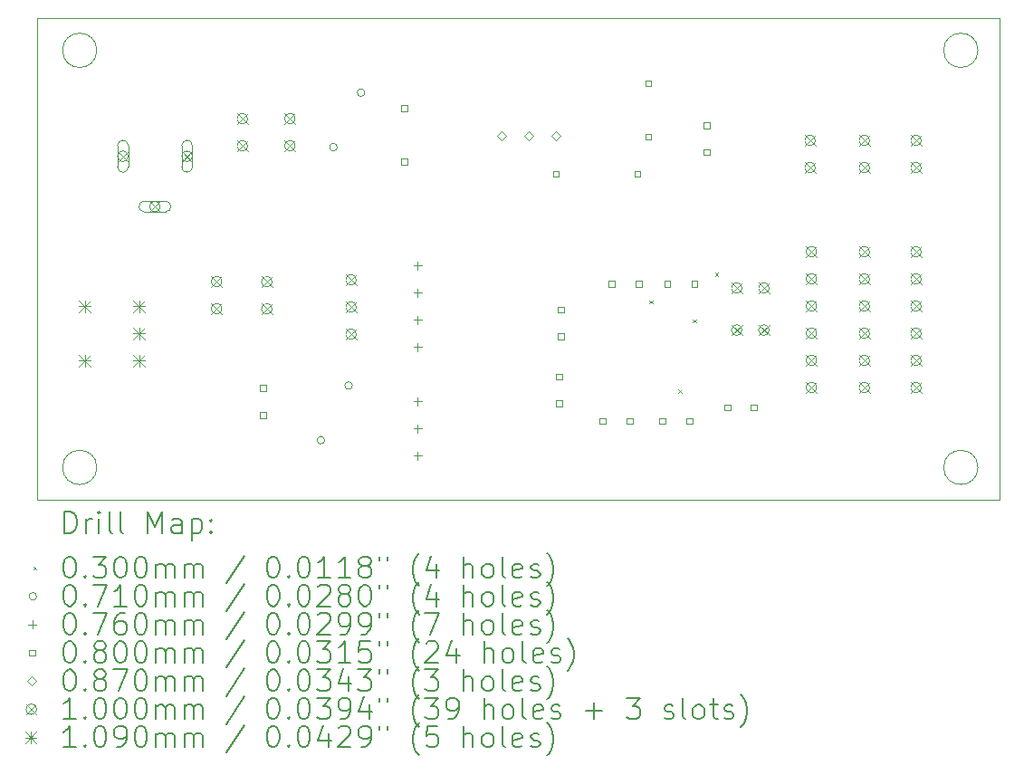
<source format=gbr>
%TF.GenerationSoftware,KiCad,Pcbnew,8.0.8*%
%TF.CreationDate,2025-06-29T12:51:11+09:00*%
%TF.ProjectId,PowerSeparate,506f7765-7253-4657-9061-726174652e6b,rev?*%
%TF.SameCoordinates,Original*%
%TF.FileFunction,Drillmap*%
%TF.FilePolarity,Positive*%
%FSLAX45Y45*%
G04 Gerber Fmt 4.5, Leading zero omitted, Abs format (unit mm)*
G04 Created by KiCad (PCBNEW 8.0.8) date 2025-06-29 12:51:11*
%MOMM*%
%LPD*%
G01*
G04 APERTURE LIST*
%ADD10C,0.050000*%
%ADD11C,0.200000*%
%ADD12C,0.100000*%
%ADD13C,0.109000*%
G04 APERTURE END LIST*
D10*
X15400000Y-9700000D02*
G75*
G02*
X15080000Y-9700000I-160000J0D01*
G01*
X15080000Y-9700000D02*
G75*
G02*
X15400000Y-9700000I160000J0D01*
G01*
X6600000Y-5500000D02*
X15600000Y-5500000D01*
X6600000Y-10000000D02*
X15600000Y-10000000D01*
X15600000Y-5500000D02*
X15600000Y-10000000D01*
X6600000Y-5500000D02*
X6600000Y-10000000D01*
X15400000Y-5800000D02*
G75*
G02*
X15080000Y-5800000I-160000J0D01*
G01*
X15080000Y-5800000D02*
G75*
G02*
X15400000Y-5800000I160000J0D01*
G01*
X7160000Y-9700000D02*
G75*
G02*
X6840000Y-9700000I-160000J0D01*
G01*
X6840000Y-9700000D02*
G75*
G02*
X7160000Y-9700000I160000J0D01*
G01*
X7160000Y-5800000D02*
G75*
G02*
X6840000Y-5800000I-160000J0D01*
G01*
X6840000Y-5800000D02*
G75*
G02*
X7160000Y-5800000I160000J0D01*
G01*
D11*
D12*
X12329400Y-8138400D02*
X12359400Y-8168400D01*
X12359400Y-8138400D02*
X12329400Y-8168400D01*
X12597670Y-8973140D02*
X12627670Y-9003140D01*
X12627670Y-8973140D02*
X12597670Y-9003140D01*
X12735800Y-8316200D02*
X12765800Y-8346200D01*
X12765800Y-8316200D02*
X12735800Y-8346200D01*
X12941990Y-7880180D02*
X12971990Y-7910180D01*
X12971990Y-7880180D02*
X12941990Y-7910180D01*
X9291300Y-9445600D02*
G75*
G02*
X9220300Y-9445600I-35500J0D01*
G01*
X9220300Y-9445600D02*
G75*
G02*
X9291300Y-9445600I35500J0D01*
G01*
X9408100Y-6705600D02*
G75*
G02*
X9337100Y-6705600I-35500J0D01*
G01*
X9337100Y-6705600D02*
G75*
G02*
X9408100Y-6705600I35500J0D01*
G01*
X9550300Y-8935600D02*
G75*
G02*
X9479300Y-8935600I-35500J0D01*
G01*
X9479300Y-8935600D02*
G75*
G02*
X9550300Y-8935600I35500J0D01*
G01*
X9667100Y-6195600D02*
G75*
G02*
X9596100Y-6195600I-35500J0D01*
G01*
X9596100Y-6195600D02*
G75*
G02*
X9667100Y-6195600I35500J0D01*
G01*
X10160000Y-7774000D02*
X10160000Y-7850000D01*
X10122000Y-7812000D02*
X10198000Y-7812000D01*
X10160000Y-8028000D02*
X10160000Y-8104000D01*
X10122000Y-8066000D02*
X10198000Y-8066000D01*
X10160000Y-8282000D02*
X10160000Y-8358000D01*
X10122000Y-8320000D02*
X10198000Y-8320000D01*
X10160000Y-8536000D02*
X10160000Y-8612000D01*
X10122000Y-8574000D02*
X10198000Y-8574000D01*
X10160000Y-9044000D02*
X10160000Y-9120000D01*
X10122000Y-9082000D02*
X10198000Y-9082000D01*
X10160000Y-9298000D02*
X10160000Y-9374000D01*
X10122000Y-9336000D02*
X10198000Y-9336000D01*
X10160000Y-9552000D02*
X10160000Y-9628000D01*
X10122000Y-9590000D02*
X10198000Y-9590000D01*
X8740485Y-8988275D02*
X8740485Y-8931706D01*
X8683916Y-8931706D01*
X8683916Y-8988275D01*
X8740485Y-8988275D01*
X8740485Y-9238275D02*
X8740485Y-9181706D01*
X8683916Y-9181706D01*
X8683916Y-9238275D01*
X8740485Y-9238275D01*
X10061285Y-6369584D02*
X10061285Y-6313015D01*
X10004716Y-6313015D01*
X10004716Y-6369584D01*
X10061285Y-6369584D01*
X10061285Y-6869584D02*
X10061285Y-6813015D01*
X10004716Y-6813015D01*
X10004716Y-6869584D01*
X10061285Y-6869584D01*
X11482284Y-6983884D02*
X11482284Y-6927315D01*
X11425715Y-6927315D01*
X11425715Y-6983884D01*
X11482284Y-6983884D01*
X11509084Y-8879985D02*
X11509084Y-8823416D01*
X11452515Y-8823416D01*
X11452515Y-8879985D01*
X11509084Y-8879985D01*
X11509084Y-9129985D02*
X11509084Y-9073416D01*
X11452515Y-9073416D01*
X11452515Y-9129985D01*
X11509084Y-9129985D01*
X11528274Y-8253684D02*
X11528274Y-8197115D01*
X11471705Y-8197115D01*
X11471705Y-8253684D01*
X11528274Y-8253684D01*
X11528274Y-8503685D02*
X11528274Y-8447116D01*
X11471705Y-8447116D01*
X11471705Y-8503685D01*
X11528274Y-8503685D01*
X11915484Y-9295085D02*
X11915484Y-9238516D01*
X11858915Y-9238516D01*
X11858915Y-9295085D01*
X11915484Y-9295085D01*
X12001484Y-8012384D02*
X12001484Y-7955815D01*
X11944915Y-7955815D01*
X11944915Y-8012384D01*
X12001484Y-8012384D01*
X12169484Y-9295085D02*
X12169484Y-9238516D01*
X12112915Y-9238516D01*
X12112915Y-9295085D01*
X12169484Y-9295085D01*
X12244284Y-6983884D02*
X12244284Y-6927315D01*
X12187715Y-6927315D01*
X12187715Y-6983884D01*
X12244284Y-6983884D01*
X12255484Y-8012384D02*
X12255484Y-7955815D01*
X12198915Y-7955815D01*
X12198915Y-8012384D01*
X12255484Y-8012384D01*
X12345884Y-6136984D02*
X12345884Y-6080415D01*
X12289315Y-6080415D01*
X12289315Y-6136984D01*
X12345884Y-6136984D01*
X12345884Y-6636984D02*
X12345884Y-6580415D01*
X12289315Y-6580415D01*
X12289315Y-6636984D01*
X12345884Y-6636984D01*
X12477184Y-9295085D02*
X12477184Y-9238516D01*
X12420615Y-9238516D01*
X12420615Y-9295085D01*
X12477184Y-9295085D01*
X12522184Y-8012384D02*
X12522184Y-7955815D01*
X12465615Y-7955815D01*
X12465615Y-8012384D01*
X12522184Y-8012384D01*
X12731184Y-9295085D02*
X12731184Y-9238516D01*
X12674615Y-9238516D01*
X12674615Y-9295085D01*
X12731184Y-9295085D01*
X12776184Y-8012384D02*
X12776184Y-7955815D01*
X12719615Y-7955815D01*
X12719615Y-8012384D01*
X12776184Y-8012384D01*
X12891984Y-6530684D02*
X12891984Y-6474115D01*
X12835415Y-6474115D01*
X12835415Y-6530684D01*
X12891984Y-6530684D01*
X12891984Y-6780684D02*
X12891984Y-6724115D01*
X12835415Y-6724115D01*
X12835415Y-6780684D01*
X12891984Y-6780684D01*
X13083884Y-9168085D02*
X13083884Y-9111516D01*
X13027315Y-9111516D01*
X13027315Y-9168085D01*
X13083884Y-9168085D01*
X13333884Y-9168085D02*
X13333884Y-9111516D01*
X13277315Y-9111516D01*
X13277315Y-9168085D01*
X13333884Y-9168085D01*
X10946000Y-6643500D02*
X10989500Y-6600000D01*
X10946000Y-6556500D01*
X10902500Y-6600000D01*
X10946000Y-6643500D01*
X11200000Y-6643500D02*
X11243500Y-6600000D01*
X11200000Y-6556500D01*
X11156500Y-6600000D01*
X11200000Y-6643500D01*
X11454000Y-6643500D02*
X11497500Y-6600000D01*
X11454000Y-6556500D01*
X11410500Y-6600000D01*
X11454000Y-6643500D01*
X7354100Y-6740750D02*
X7454100Y-6840750D01*
X7454100Y-6740750D02*
X7354100Y-6840750D01*
X7454100Y-6790750D02*
G75*
G02*
X7354100Y-6790750I-50000J0D01*
G01*
X7354100Y-6790750D02*
G75*
G02*
X7454100Y-6790750I50000J0D01*
G01*
X7354100Y-6690750D02*
X7354100Y-6890750D01*
X7454100Y-6890750D02*
G75*
G02*
X7354100Y-6890750I-50000J0D01*
G01*
X7454100Y-6890750D02*
X7454100Y-6690750D01*
X7454100Y-6690750D02*
G75*
G03*
X7354100Y-6690750I-50000J0D01*
G01*
X7654100Y-7210750D02*
X7754100Y-7310750D01*
X7754100Y-7210750D02*
X7654100Y-7310750D01*
X7754100Y-7260750D02*
G75*
G02*
X7654100Y-7260750I-50000J0D01*
G01*
X7654100Y-7260750D02*
G75*
G02*
X7754100Y-7260750I50000J0D01*
G01*
X7604100Y-7310750D02*
X7804100Y-7310750D01*
X7804100Y-7210750D02*
G75*
G02*
X7804100Y-7310750I0J-50000D01*
G01*
X7804100Y-7210750D02*
X7604100Y-7210750D01*
X7604100Y-7210750D02*
G75*
G03*
X7604100Y-7310750I0J-50000D01*
G01*
X7954100Y-6740750D02*
X8054100Y-6840750D01*
X8054100Y-6740750D02*
X7954100Y-6840750D01*
X8054100Y-6790750D02*
G75*
G02*
X7954100Y-6790750I-50000J0D01*
G01*
X7954100Y-6790750D02*
G75*
G02*
X8054100Y-6790750I50000J0D01*
G01*
X7954100Y-6690750D02*
X7954100Y-6890750D01*
X8054100Y-6890750D02*
G75*
G02*
X7954100Y-6890750I-50000J0D01*
G01*
X8054100Y-6890750D02*
X8054100Y-6690750D01*
X8054100Y-6690750D02*
G75*
G03*
X7954100Y-6690750I-50000J0D01*
G01*
X8230400Y-7912900D02*
X8330400Y-8012900D01*
X8330400Y-7912900D02*
X8230400Y-8012900D01*
X8330400Y-7962900D02*
G75*
G02*
X8230400Y-7962900I-50000J0D01*
G01*
X8230400Y-7962900D02*
G75*
G02*
X8330400Y-7962900I50000J0D01*
G01*
X8230400Y-8166900D02*
X8330400Y-8266900D01*
X8330400Y-8166900D02*
X8230400Y-8266900D01*
X8330400Y-8216900D02*
G75*
G02*
X8230400Y-8216900I-50000J0D01*
G01*
X8230400Y-8216900D02*
G75*
G02*
X8330400Y-8216900I50000J0D01*
G01*
X8471700Y-6388900D02*
X8571700Y-6488900D01*
X8571700Y-6388900D02*
X8471700Y-6488900D01*
X8571700Y-6438900D02*
G75*
G02*
X8471700Y-6438900I-50000J0D01*
G01*
X8471700Y-6438900D02*
G75*
G02*
X8571700Y-6438900I50000J0D01*
G01*
X8471700Y-6642900D02*
X8571700Y-6742900D01*
X8571700Y-6642900D02*
X8471700Y-6742900D01*
X8571700Y-6692900D02*
G75*
G02*
X8471700Y-6692900I-50000J0D01*
G01*
X8471700Y-6692900D02*
G75*
G02*
X8571700Y-6692900I50000J0D01*
G01*
X8700300Y-7913400D02*
X8800300Y-8013400D01*
X8800300Y-7913400D02*
X8700300Y-8013400D01*
X8800300Y-7963400D02*
G75*
G02*
X8700300Y-7963400I-50000J0D01*
G01*
X8700300Y-7963400D02*
G75*
G02*
X8800300Y-7963400I50000J0D01*
G01*
X8700300Y-8167400D02*
X8800300Y-8267400D01*
X8800300Y-8167400D02*
X8700300Y-8267400D01*
X8800300Y-8217400D02*
G75*
G02*
X8700300Y-8217400I-50000J0D01*
G01*
X8700300Y-8217400D02*
G75*
G02*
X8800300Y-8217400I50000J0D01*
G01*
X8916200Y-6388900D02*
X9016200Y-6488900D01*
X9016200Y-6388900D02*
X8916200Y-6488900D01*
X9016200Y-6438900D02*
G75*
G02*
X8916200Y-6438900I-50000J0D01*
G01*
X8916200Y-6438900D02*
G75*
G02*
X9016200Y-6438900I50000J0D01*
G01*
X8916200Y-6642900D02*
X9016200Y-6742900D01*
X9016200Y-6642900D02*
X8916200Y-6742900D01*
X9016200Y-6692900D02*
G75*
G02*
X8916200Y-6692900I-50000J0D01*
G01*
X8916200Y-6692900D02*
G75*
G02*
X9016200Y-6692900I50000J0D01*
G01*
X9487700Y-7896000D02*
X9587700Y-7996000D01*
X9587700Y-7896000D02*
X9487700Y-7996000D01*
X9587700Y-7946000D02*
G75*
G02*
X9487700Y-7946000I-50000J0D01*
G01*
X9487700Y-7946000D02*
G75*
G02*
X9587700Y-7946000I50000J0D01*
G01*
X9487700Y-8150000D02*
X9587700Y-8250000D01*
X9587700Y-8150000D02*
X9487700Y-8250000D01*
X9587700Y-8200000D02*
G75*
G02*
X9487700Y-8200000I-50000J0D01*
G01*
X9487700Y-8200000D02*
G75*
G02*
X9587700Y-8200000I50000J0D01*
G01*
X9487700Y-8404000D02*
X9587700Y-8504000D01*
X9587700Y-8404000D02*
X9487700Y-8504000D01*
X9587700Y-8454000D02*
G75*
G02*
X9487700Y-8454000I-50000J0D01*
G01*
X9487700Y-8454000D02*
G75*
G02*
X9587700Y-8454000I50000J0D01*
G01*
X13094500Y-7972200D02*
X13194500Y-8072200D01*
X13194500Y-7972200D02*
X13094500Y-8072200D01*
X13194500Y-8022200D02*
G75*
G02*
X13094500Y-8022200I-50000J0D01*
G01*
X13094500Y-8022200D02*
G75*
G02*
X13194500Y-8022200I50000J0D01*
G01*
X13094500Y-8365900D02*
X13194500Y-8465900D01*
X13194500Y-8365900D02*
X13094500Y-8465900D01*
X13194500Y-8415900D02*
G75*
G02*
X13094500Y-8415900I-50000J0D01*
G01*
X13094500Y-8415900D02*
G75*
G02*
X13194500Y-8415900I50000J0D01*
G01*
X13348500Y-7972200D02*
X13448500Y-8072200D01*
X13448500Y-7972200D02*
X13348500Y-8072200D01*
X13448500Y-8022200D02*
G75*
G02*
X13348500Y-8022200I-50000J0D01*
G01*
X13348500Y-8022200D02*
G75*
G02*
X13448500Y-8022200I50000J0D01*
G01*
X13348500Y-8365900D02*
X13448500Y-8465900D01*
X13448500Y-8365900D02*
X13348500Y-8465900D01*
X13448500Y-8415900D02*
G75*
G02*
X13348500Y-8415900I-50000J0D01*
G01*
X13348500Y-8415900D02*
G75*
G02*
X13448500Y-8415900I50000J0D01*
G01*
X13780300Y-6592100D02*
X13880300Y-6692100D01*
X13880300Y-6592100D02*
X13780300Y-6692100D01*
X13880300Y-6642100D02*
G75*
G02*
X13780300Y-6642100I-50000J0D01*
G01*
X13780300Y-6642100D02*
G75*
G02*
X13880300Y-6642100I50000J0D01*
G01*
X13780300Y-6846100D02*
X13880300Y-6946100D01*
X13880300Y-6846100D02*
X13780300Y-6946100D01*
X13880300Y-6896100D02*
G75*
G02*
X13780300Y-6896100I-50000J0D01*
G01*
X13780300Y-6896100D02*
G75*
G02*
X13880300Y-6896100I50000J0D01*
G01*
X13793000Y-7633500D02*
X13893000Y-7733500D01*
X13893000Y-7633500D02*
X13793000Y-7733500D01*
X13893000Y-7683500D02*
G75*
G02*
X13793000Y-7683500I-50000J0D01*
G01*
X13793000Y-7683500D02*
G75*
G02*
X13893000Y-7683500I50000J0D01*
G01*
X13793000Y-7887500D02*
X13893000Y-7987500D01*
X13893000Y-7887500D02*
X13793000Y-7987500D01*
X13893000Y-7937500D02*
G75*
G02*
X13793000Y-7937500I-50000J0D01*
G01*
X13793000Y-7937500D02*
G75*
G02*
X13893000Y-7937500I50000J0D01*
G01*
X13793000Y-8141500D02*
X13893000Y-8241500D01*
X13893000Y-8141500D02*
X13793000Y-8241500D01*
X13893000Y-8191500D02*
G75*
G02*
X13793000Y-8191500I-50000J0D01*
G01*
X13793000Y-8191500D02*
G75*
G02*
X13893000Y-8191500I50000J0D01*
G01*
X13793000Y-8395500D02*
X13893000Y-8495500D01*
X13893000Y-8395500D02*
X13793000Y-8495500D01*
X13893000Y-8445500D02*
G75*
G02*
X13793000Y-8445500I-50000J0D01*
G01*
X13793000Y-8445500D02*
G75*
G02*
X13893000Y-8445500I50000J0D01*
G01*
X13793000Y-8649500D02*
X13893000Y-8749500D01*
X13893000Y-8649500D02*
X13793000Y-8749500D01*
X13893000Y-8699500D02*
G75*
G02*
X13793000Y-8699500I-50000J0D01*
G01*
X13793000Y-8699500D02*
G75*
G02*
X13893000Y-8699500I50000J0D01*
G01*
X13793000Y-8903500D02*
X13893000Y-9003500D01*
X13893000Y-8903500D02*
X13793000Y-9003500D01*
X13893000Y-8953500D02*
G75*
G02*
X13793000Y-8953500I-50000J0D01*
G01*
X13793000Y-8953500D02*
G75*
G02*
X13893000Y-8953500I50000J0D01*
G01*
X14288300Y-6592100D02*
X14388300Y-6692100D01*
X14388300Y-6592100D02*
X14288300Y-6692100D01*
X14388300Y-6642100D02*
G75*
G02*
X14288300Y-6642100I-50000J0D01*
G01*
X14288300Y-6642100D02*
G75*
G02*
X14388300Y-6642100I50000J0D01*
G01*
X14288300Y-6846100D02*
X14388300Y-6946100D01*
X14388300Y-6846100D02*
X14288300Y-6946100D01*
X14388300Y-6896100D02*
G75*
G02*
X14288300Y-6896100I-50000J0D01*
G01*
X14288300Y-6896100D02*
G75*
G02*
X14388300Y-6896100I50000J0D01*
G01*
X14288300Y-7633500D02*
X14388300Y-7733500D01*
X14388300Y-7633500D02*
X14288300Y-7733500D01*
X14388300Y-7683500D02*
G75*
G02*
X14288300Y-7683500I-50000J0D01*
G01*
X14288300Y-7683500D02*
G75*
G02*
X14388300Y-7683500I50000J0D01*
G01*
X14288300Y-7887500D02*
X14388300Y-7987500D01*
X14388300Y-7887500D02*
X14288300Y-7987500D01*
X14388300Y-7937500D02*
G75*
G02*
X14288300Y-7937500I-50000J0D01*
G01*
X14288300Y-7937500D02*
G75*
G02*
X14388300Y-7937500I50000J0D01*
G01*
X14288300Y-8141500D02*
X14388300Y-8241500D01*
X14388300Y-8141500D02*
X14288300Y-8241500D01*
X14388300Y-8191500D02*
G75*
G02*
X14288300Y-8191500I-50000J0D01*
G01*
X14288300Y-8191500D02*
G75*
G02*
X14388300Y-8191500I50000J0D01*
G01*
X14288300Y-8395500D02*
X14388300Y-8495500D01*
X14388300Y-8395500D02*
X14288300Y-8495500D01*
X14388300Y-8445500D02*
G75*
G02*
X14288300Y-8445500I-50000J0D01*
G01*
X14288300Y-8445500D02*
G75*
G02*
X14388300Y-8445500I50000J0D01*
G01*
X14288300Y-8649500D02*
X14388300Y-8749500D01*
X14388300Y-8649500D02*
X14288300Y-8749500D01*
X14388300Y-8699500D02*
G75*
G02*
X14288300Y-8699500I-50000J0D01*
G01*
X14288300Y-8699500D02*
G75*
G02*
X14388300Y-8699500I50000J0D01*
G01*
X14288300Y-8903500D02*
X14388300Y-9003500D01*
X14388300Y-8903500D02*
X14288300Y-9003500D01*
X14388300Y-8953500D02*
G75*
G02*
X14288300Y-8953500I-50000J0D01*
G01*
X14288300Y-8953500D02*
G75*
G02*
X14388300Y-8953500I50000J0D01*
G01*
X14770900Y-6592100D02*
X14870900Y-6692100D01*
X14870900Y-6592100D02*
X14770900Y-6692100D01*
X14870900Y-6642100D02*
G75*
G02*
X14770900Y-6642100I-50000J0D01*
G01*
X14770900Y-6642100D02*
G75*
G02*
X14870900Y-6642100I50000J0D01*
G01*
X14770900Y-6846100D02*
X14870900Y-6946100D01*
X14870900Y-6846100D02*
X14770900Y-6946100D01*
X14870900Y-6896100D02*
G75*
G02*
X14770900Y-6896100I-50000J0D01*
G01*
X14770900Y-6896100D02*
G75*
G02*
X14870900Y-6896100I50000J0D01*
G01*
X14770900Y-7633500D02*
X14870900Y-7733500D01*
X14870900Y-7633500D02*
X14770900Y-7733500D01*
X14870900Y-7683500D02*
G75*
G02*
X14770900Y-7683500I-50000J0D01*
G01*
X14770900Y-7683500D02*
G75*
G02*
X14870900Y-7683500I50000J0D01*
G01*
X14770900Y-7887500D02*
X14870900Y-7987500D01*
X14870900Y-7887500D02*
X14770900Y-7987500D01*
X14870900Y-7937500D02*
G75*
G02*
X14770900Y-7937500I-50000J0D01*
G01*
X14770900Y-7937500D02*
G75*
G02*
X14870900Y-7937500I50000J0D01*
G01*
X14770900Y-8141500D02*
X14870900Y-8241500D01*
X14870900Y-8141500D02*
X14770900Y-8241500D01*
X14870900Y-8191500D02*
G75*
G02*
X14770900Y-8191500I-50000J0D01*
G01*
X14770900Y-8191500D02*
G75*
G02*
X14870900Y-8191500I50000J0D01*
G01*
X14770900Y-8395500D02*
X14870900Y-8495500D01*
X14870900Y-8395500D02*
X14770900Y-8495500D01*
X14870900Y-8445500D02*
G75*
G02*
X14770900Y-8445500I-50000J0D01*
G01*
X14770900Y-8445500D02*
G75*
G02*
X14870900Y-8445500I50000J0D01*
G01*
X14770900Y-8649500D02*
X14870900Y-8749500D01*
X14870900Y-8649500D02*
X14770900Y-8749500D01*
X14870900Y-8699500D02*
G75*
G02*
X14770900Y-8699500I-50000J0D01*
G01*
X14770900Y-8699500D02*
G75*
G02*
X14870900Y-8699500I50000J0D01*
G01*
X14770900Y-8903500D02*
X14870900Y-9003500D01*
X14870900Y-8903500D02*
X14770900Y-9003500D01*
X14870900Y-8953500D02*
G75*
G02*
X14770900Y-8953500I-50000J0D01*
G01*
X14770900Y-8953500D02*
G75*
G02*
X14870900Y-8953500I50000J0D01*
G01*
D13*
X6994000Y-8137500D02*
X7103000Y-8246500D01*
X7103000Y-8137500D02*
X6994000Y-8246500D01*
X7048500Y-8137500D02*
X7048500Y-8246500D01*
X6994000Y-8192000D02*
X7103000Y-8192000D01*
X6994000Y-8645500D02*
X7103000Y-8754500D01*
X7103000Y-8645500D02*
X6994000Y-8754500D01*
X7048500Y-8645500D02*
X7048500Y-8754500D01*
X6994000Y-8700000D02*
X7103000Y-8700000D01*
X7502000Y-8137500D02*
X7611000Y-8246500D01*
X7611000Y-8137500D02*
X7502000Y-8246500D01*
X7556500Y-8137500D02*
X7556500Y-8246500D01*
X7502000Y-8192000D02*
X7611000Y-8192000D01*
X7502000Y-8391500D02*
X7611000Y-8500500D01*
X7611000Y-8391500D02*
X7502000Y-8500500D01*
X7556500Y-8391500D02*
X7556500Y-8500500D01*
X7502000Y-8446000D02*
X7611000Y-8446000D01*
X7502000Y-8645500D02*
X7611000Y-8754500D01*
X7611000Y-8645500D02*
X7502000Y-8754500D01*
X7556500Y-8645500D02*
X7556500Y-8754500D01*
X7502000Y-8700000D02*
X7611000Y-8700000D01*
D11*
X6858277Y-10313984D02*
X6858277Y-10113984D01*
X6858277Y-10113984D02*
X6905896Y-10113984D01*
X6905896Y-10113984D02*
X6934467Y-10123508D01*
X6934467Y-10123508D02*
X6953515Y-10142555D01*
X6953515Y-10142555D02*
X6963039Y-10161603D01*
X6963039Y-10161603D02*
X6972562Y-10199698D01*
X6972562Y-10199698D02*
X6972562Y-10228270D01*
X6972562Y-10228270D02*
X6963039Y-10266365D01*
X6963039Y-10266365D02*
X6953515Y-10285412D01*
X6953515Y-10285412D02*
X6934467Y-10304460D01*
X6934467Y-10304460D02*
X6905896Y-10313984D01*
X6905896Y-10313984D02*
X6858277Y-10313984D01*
X7058277Y-10313984D02*
X7058277Y-10180650D01*
X7058277Y-10218746D02*
X7067801Y-10199698D01*
X7067801Y-10199698D02*
X7077324Y-10190174D01*
X7077324Y-10190174D02*
X7096372Y-10180650D01*
X7096372Y-10180650D02*
X7115420Y-10180650D01*
X7182086Y-10313984D02*
X7182086Y-10180650D01*
X7182086Y-10113984D02*
X7172562Y-10123508D01*
X7172562Y-10123508D02*
X7182086Y-10133031D01*
X7182086Y-10133031D02*
X7191610Y-10123508D01*
X7191610Y-10123508D02*
X7182086Y-10113984D01*
X7182086Y-10113984D02*
X7182086Y-10133031D01*
X7305896Y-10313984D02*
X7286848Y-10304460D01*
X7286848Y-10304460D02*
X7277324Y-10285412D01*
X7277324Y-10285412D02*
X7277324Y-10113984D01*
X7410658Y-10313984D02*
X7391610Y-10304460D01*
X7391610Y-10304460D02*
X7382086Y-10285412D01*
X7382086Y-10285412D02*
X7382086Y-10113984D01*
X7639229Y-10313984D02*
X7639229Y-10113984D01*
X7639229Y-10113984D02*
X7705896Y-10256841D01*
X7705896Y-10256841D02*
X7772562Y-10113984D01*
X7772562Y-10113984D02*
X7772562Y-10313984D01*
X7953515Y-10313984D02*
X7953515Y-10209222D01*
X7953515Y-10209222D02*
X7943991Y-10190174D01*
X7943991Y-10190174D02*
X7924943Y-10180650D01*
X7924943Y-10180650D02*
X7886848Y-10180650D01*
X7886848Y-10180650D02*
X7867801Y-10190174D01*
X7953515Y-10304460D02*
X7934467Y-10313984D01*
X7934467Y-10313984D02*
X7886848Y-10313984D01*
X7886848Y-10313984D02*
X7867801Y-10304460D01*
X7867801Y-10304460D02*
X7858277Y-10285412D01*
X7858277Y-10285412D02*
X7858277Y-10266365D01*
X7858277Y-10266365D02*
X7867801Y-10247317D01*
X7867801Y-10247317D02*
X7886848Y-10237793D01*
X7886848Y-10237793D02*
X7934467Y-10237793D01*
X7934467Y-10237793D02*
X7953515Y-10228270D01*
X8048753Y-10180650D02*
X8048753Y-10380650D01*
X8048753Y-10190174D02*
X8067801Y-10180650D01*
X8067801Y-10180650D02*
X8105896Y-10180650D01*
X8105896Y-10180650D02*
X8124943Y-10190174D01*
X8124943Y-10190174D02*
X8134467Y-10199698D01*
X8134467Y-10199698D02*
X8143991Y-10218746D01*
X8143991Y-10218746D02*
X8143991Y-10275889D01*
X8143991Y-10275889D02*
X8134467Y-10294936D01*
X8134467Y-10294936D02*
X8124943Y-10304460D01*
X8124943Y-10304460D02*
X8105896Y-10313984D01*
X8105896Y-10313984D02*
X8067801Y-10313984D01*
X8067801Y-10313984D02*
X8048753Y-10304460D01*
X8229705Y-10294936D02*
X8239229Y-10304460D01*
X8239229Y-10304460D02*
X8229705Y-10313984D01*
X8229705Y-10313984D02*
X8220182Y-10304460D01*
X8220182Y-10304460D02*
X8229705Y-10294936D01*
X8229705Y-10294936D02*
X8229705Y-10313984D01*
X8229705Y-10190174D02*
X8239229Y-10199698D01*
X8239229Y-10199698D02*
X8229705Y-10209222D01*
X8229705Y-10209222D02*
X8220182Y-10199698D01*
X8220182Y-10199698D02*
X8229705Y-10190174D01*
X8229705Y-10190174D02*
X8229705Y-10209222D01*
D12*
X6567500Y-10627500D02*
X6597500Y-10657500D01*
X6597500Y-10627500D02*
X6567500Y-10657500D01*
D11*
X6896372Y-10533984D02*
X6915420Y-10533984D01*
X6915420Y-10533984D02*
X6934467Y-10543508D01*
X6934467Y-10543508D02*
X6943991Y-10553031D01*
X6943991Y-10553031D02*
X6953515Y-10572079D01*
X6953515Y-10572079D02*
X6963039Y-10610174D01*
X6963039Y-10610174D02*
X6963039Y-10657793D01*
X6963039Y-10657793D02*
X6953515Y-10695889D01*
X6953515Y-10695889D02*
X6943991Y-10714936D01*
X6943991Y-10714936D02*
X6934467Y-10724460D01*
X6934467Y-10724460D02*
X6915420Y-10733984D01*
X6915420Y-10733984D02*
X6896372Y-10733984D01*
X6896372Y-10733984D02*
X6877324Y-10724460D01*
X6877324Y-10724460D02*
X6867801Y-10714936D01*
X6867801Y-10714936D02*
X6858277Y-10695889D01*
X6858277Y-10695889D02*
X6848753Y-10657793D01*
X6848753Y-10657793D02*
X6848753Y-10610174D01*
X6848753Y-10610174D02*
X6858277Y-10572079D01*
X6858277Y-10572079D02*
X6867801Y-10553031D01*
X6867801Y-10553031D02*
X6877324Y-10543508D01*
X6877324Y-10543508D02*
X6896372Y-10533984D01*
X7048753Y-10714936D02*
X7058277Y-10724460D01*
X7058277Y-10724460D02*
X7048753Y-10733984D01*
X7048753Y-10733984D02*
X7039229Y-10724460D01*
X7039229Y-10724460D02*
X7048753Y-10714936D01*
X7048753Y-10714936D02*
X7048753Y-10733984D01*
X7124943Y-10533984D02*
X7248753Y-10533984D01*
X7248753Y-10533984D02*
X7182086Y-10610174D01*
X7182086Y-10610174D02*
X7210658Y-10610174D01*
X7210658Y-10610174D02*
X7229705Y-10619698D01*
X7229705Y-10619698D02*
X7239229Y-10629222D01*
X7239229Y-10629222D02*
X7248753Y-10648270D01*
X7248753Y-10648270D02*
X7248753Y-10695889D01*
X7248753Y-10695889D02*
X7239229Y-10714936D01*
X7239229Y-10714936D02*
X7229705Y-10724460D01*
X7229705Y-10724460D02*
X7210658Y-10733984D01*
X7210658Y-10733984D02*
X7153515Y-10733984D01*
X7153515Y-10733984D02*
X7134467Y-10724460D01*
X7134467Y-10724460D02*
X7124943Y-10714936D01*
X7372562Y-10533984D02*
X7391610Y-10533984D01*
X7391610Y-10533984D02*
X7410658Y-10543508D01*
X7410658Y-10543508D02*
X7420182Y-10553031D01*
X7420182Y-10553031D02*
X7429705Y-10572079D01*
X7429705Y-10572079D02*
X7439229Y-10610174D01*
X7439229Y-10610174D02*
X7439229Y-10657793D01*
X7439229Y-10657793D02*
X7429705Y-10695889D01*
X7429705Y-10695889D02*
X7420182Y-10714936D01*
X7420182Y-10714936D02*
X7410658Y-10724460D01*
X7410658Y-10724460D02*
X7391610Y-10733984D01*
X7391610Y-10733984D02*
X7372562Y-10733984D01*
X7372562Y-10733984D02*
X7353515Y-10724460D01*
X7353515Y-10724460D02*
X7343991Y-10714936D01*
X7343991Y-10714936D02*
X7334467Y-10695889D01*
X7334467Y-10695889D02*
X7324943Y-10657793D01*
X7324943Y-10657793D02*
X7324943Y-10610174D01*
X7324943Y-10610174D02*
X7334467Y-10572079D01*
X7334467Y-10572079D02*
X7343991Y-10553031D01*
X7343991Y-10553031D02*
X7353515Y-10543508D01*
X7353515Y-10543508D02*
X7372562Y-10533984D01*
X7563039Y-10533984D02*
X7582086Y-10533984D01*
X7582086Y-10533984D02*
X7601134Y-10543508D01*
X7601134Y-10543508D02*
X7610658Y-10553031D01*
X7610658Y-10553031D02*
X7620182Y-10572079D01*
X7620182Y-10572079D02*
X7629705Y-10610174D01*
X7629705Y-10610174D02*
X7629705Y-10657793D01*
X7629705Y-10657793D02*
X7620182Y-10695889D01*
X7620182Y-10695889D02*
X7610658Y-10714936D01*
X7610658Y-10714936D02*
X7601134Y-10724460D01*
X7601134Y-10724460D02*
X7582086Y-10733984D01*
X7582086Y-10733984D02*
X7563039Y-10733984D01*
X7563039Y-10733984D02*
X7543991Y-10724460D01*
X7543991Y-10724460D02*
X7534467Y-10714936D01*
X7534467Y-10714936D02*
X7524943Y-10695889D01*
X7524943Y-10695889D02*
X7515420Y-10657793D01*
X7515420Y-10657793D02*
X7515420Y-10610174D01*
X7515420Y-10610174D02*
X7524943Y-10572079D01*
X7524943Y-10572079D02*
X7534467Y-10553031D01*
X7534467Y-10553031D02*
X7543991Y-10543508D01*
X7543991Y-10543508D02*
X7563039Y-10533984D01*
X7715420Y-10733984D02*
X7715420Y-10600650D01*
X7715420Y-10619698D02*
X7724943Y-10610174D01*
X7724943Y-10610174D02*
X7743991Y-10600650D01*
X7743991Y-10600650D02*
X7772563Y-10600650D01*
X7772563Y-10600650D02*
X7791610Y-10610174D01*
X7791610Y-10610174D02*
X7801134Y-10629222D01*
X7801134Y-10629222D02*
X7801134Y-10733984D01*
X7801134Y-10629222D02*
X7810658Y-10610174D01*
X7810658Y-10610174D02*
X7829705Y-10600650D01*
X7829705Y-10600650D02*
X7858277Y-10600650D01*
X7858277Y-10600650D02*
X7877324Y-10610174D01*
X7877324Y-10610174D02*
X7886848Y-10629222D01*
X7886848Y-10629222D02*
X7886848Y-10733984D01*
X7982086Y-10733984D02*
X7982086Y-10600650D01*
X7982086Y-10619698D02*
X7991610Y-10610174D01*
X7991610Y-10610174D02*
X8010658Y-10600650D01*
X8010658Y-10600650D02*
X8039229Y-10600650D01*
X8039229Y-10600650D02*
X8058277Y-10610174D01*
X8058277Y-10610174D02*
X8067801Y-10629222D01*
X8067801Y-10629222D02*
X8067801Y-10733984D01*
X8067801Y-10629222D02*
X8077324Y-10610174D01*
X8077324Y-10610174D02*
X8096372Y-10600650D01*
X8096372Y-10600650D02*
X8124943Y-10600650D01*
X8124943Y-10600650D02*
X8143991Y-10610174D01*
X8143991Y-10610174D02*
X8153515Y-10629222D01*
X8153515Y-10629222D02*
X8153515Y-10733984D01*
X8543991Y-10524460D02*
X8372563Y-10781603D01*
X8801134Y-10533984D02*
X8820182Y-10533984D01*
X8820182Y-10533984D02*
X8839229Y-10543508D01*
X8839229Y-10543508D02*
X8848753Y-10553031D01*
X8848753Y-10553031D02*
X8858277Y-10572079D01*
X8858277Y-10572079D02*
X8867801Y-10610174D01*
X8867801Y-10610174D02*
X8867801Y-10657793D01*
X8867801Y-10657793D02*
X8858277Y-10695889D01*
X8858277Y-10695889D02*
X8848753Y-10714936D01*
X8848753Y-10714936D02*
X8839229Y-10724460D01*
X8839229Y-10724460D02*
X8820182Y-10733984D01*
X8820182Y-10733984D02*
X8801134Y-10733984D01*
X8801134Y-10733984D02*
X8782087Y-10724460D01*
X8782087Y-10724460D02*
X8772563Y-10714936D01*
X8772563Y-10714936D02*
X8763039Y-10695889D01*
X8763039Y-10695889D02*
X8753515Y-10657793D01*
X8753515Y-10657793D02*
X8753515Y-10610174D01*
X8753515Y-10610174D02*
X8763039Y-10572079D01*
X8763039Y-10572079D02*
X8772563Y-10553031D01*
X8772563Y-10553031D02*
X8782087Y-10543508D01*
X8782087Y-10543508D02*
X8801134Y-10533984D01*
X8953515Y-10714936D02*
X8963039Y-10724460D01*
X8963039Y-10724460D02*
X8953515Y-10733984D01*
X8953515Y-10733984D02*
X8943991Y-10724460D01*
X8943991Y-10724460D02*
X8953515Y-10714936D01*
X8953515Y-10714936D02*
X8953515Y-10733984D01*
X9086848Y-10533984D02*
X9105896Y-10533984D01*
X9105896Y-10533984D02*
X9124944Y-10543508D01*
X9124944Y-10543508D02*
X9134468Y-10553031D01*
X9134468Y-10553031D02*
X9143991Y-10572079D01*
X9143991Y-10572079D02*
X9153515Y-10610174D01*
X9153515Y-10610174D02*
X9153515Y-10657793D01*
X9153515Y-10657793D02*
X9143991Y-10695889D01*
X9143991Y-10695889D02*
X9134468Y-10714936D01*
X9134468Y-10714936D02*
X9124944Y-10724460D01*
X9124944Y-10724460D02*
X9105896Y-10733984D01*
X9105896Y-10733984D02*
X9086848Y-10733984D01*
X9086848Y-10733984D02*
X9067801Y-10724460D01*
X9067801Y-10724460D02*
X9058277Y-10714936D01*
X9058277Y-10714936D02*
X9048753Y-10695889D01*
X9048753Y-10695889D02*
X9039229Y-10657793D01*
X9039229Y-10657793D02*
X9039229Y-10610174D01*
X9039229Y-10610174D02*
X9048753Y-10572079D01*
X9048753Y-10572079D02*
X9058277Y-10553031D01*
X9058277Y-10553031D02*
X9067801Y-10543508D01*
X9067801Y-10543508D02*
X9086848Y-10533984D01*
X9343991Y-10733984D02*
X9229706Y-10733984D01*
X9286848Y-10733984D02*
X9286848Y-10533984D01*
X9286848Y-10533984D02*
X9267801Y-10562555D01*
X9267801Y-10562555D02*
X9248753Y-10581603D01*
X9248753Y-10581603D02*
X9229706Y-10591127D01*
X9534468Y-10733984D02*
X9420182Y-10733984D01*
X9477325Y-10733984D02*
X9477325Y-10533984D01*
X9477325Y-10533984D02*
X9458277Y-10562555D01*
X9458277Y-10562555D02*
X9439229Y-10581603D01*
X9439229Y-10581603D02*
X9420182Y-10591127D01*
X9648753Y-10619698D02*
X9629706Y-10610174D01*
X9629706Y-10610174D02*
X9620182Y-10600650D01*
X9620182Y-10600650D02*
X9610658Y-10581603D01*
X9610658Y-10581603D02*
X9610658Y-10572079D01*
X9610658Y-10572079D02*
X9620182Y-10553031D01*
X9620182Y-10553031D02*
X9629706Y-10543508D01*
X9629706Y-10543508D02*
X9648753Y-10533984D01*
X9648753Y-10533984D02*
X9686849Y-10533984D01*
X9686849Y-10533984D02*
X9705896Y-10543508D01*
X9705896Y-10543508D02*
X9715420Y-10553031D01*
X9715420Y-10553031D02*
X9724944Y-10572079D01*
X9724944Y-10572079D02*
X9724944Y-10581603D01*
X9724944Y-10581603D02*
X9715420Y-10600650D01*
X9715420Y-10600650D02*
X9705896Y-10610174D01*
X9705896Y-10610174D02*
X9686849Y-10619698D01*
X9686849Y-10619698D02*
X9648753Y-10619698D01*
X9648753Y-10619698D02*
X9629706Y-10629222D01*
X9629706Y-10629222D02*
X9620182Y-10638746D01*
X9620182Y-10638746D02*
X9610658Y-10657793D01*
X9610658Y-10657793D02*
X9610658Y-10695889D01*
X9610658Y-10695889D02*
X9620182Y-10714936D01*
X9620182Y-10714936D02*
X9629706Y-10724460D01*
X9629706Y-10724460D02*
X9648753Y-10733984D01*
X9648753Y-10733984D02*
X9686849Y-10733984D01*
X9686849Y-10733984D02*
X9705896Y-10724460D01*
X9705896Y-10724460D02*
X9715420Y-10714936D01*
X9715420Y-10714936D02*
X9724944Y-10695889D01*
X9724944Y-10695889D02*
X9724944Y-10657793D01*
X9724944Y-10657793D02*
X9715420Y-10638746D01*
X9715420Y-10638746D02*
X9705896Y-10629222D01*
X9705896Y-10629222D02*
X9686849Y-10619698D01*
X9801134Y-10533984D02*
X9801134Y-10572079D01*
X9877325Y-10533984D02*
X9877325Y-10572079D01*
X10172563Y-10810174D02*
X10163039Y-10800650D01*
X10163039Y-10800650D02*
X10143991Y-10772079D01*
X10143991Y-10772079D02*
X10134468Y-10753031D01*
X10134468Y-10753031D02*
X10124944Y-10724460D01*
X10124944Y-10724460D02*
X10115420Y-10676841D01*
X10115420Y-10676841D02*
X10115420Y-10638746D01*
X10115420Y-10638746D02*
X10124944Y-10591127D01*
X10124944Y-10591127D02*
X10134468Y-10562555D01*
X10134468Y-10562555D02*
X10143991Y-10543508D01*
X10143991Y-10543508D02*
X10163039Y-10514936D01*
X10163039Y-10514936D02*
X10172563Y-10505412D01*
X10334468Y-10600650D02*
X10334468Y-10733984D01*
X10286849Y-10524460D02*
X10239230Y-10667317D01*
X10239230Y-10667317D02*
X10363039Y-10667317D01*
X10591611Y-10733984D02*
X10591611Y-10533984D01*
X10677325Y-10733984D02*
X10677325Y-10629222D01*
X10677325Y-10629222D02*
X10667801Y-10610174D01*
X10667801Y-10610174D02*
X10648753Y-10600650D01*
X10648753Y-10600650D02*
X10620182Y-10600650D01*
X10620182Y-10600650D02*
X10601134Y-10610174D01*
X10601134Y-10610174D02*
X10591611Y-10619698D01*
X10801134Y-10733984D02*
X10782087Y-10724460D01*
X10782087Y-10724460D02*
X10772563Y-10714936D01*
X10772563Y-10714936D02*
X10763039Y-10695889D01*
X10763039Y-10695889D02*
X10763039Y-10638746D01*
X10763039Y-10638746D02*
X10772563Y-10619698D01*
X10772563Y-10619698D02*
X10782087Y-10610174D01*
X10782087Y-10610174D02*
X10801134Y-10600650D01*
X10801134Y-10600650D02*
X10829706Y-10600650D01*
X10829706Y-10600650D02*
X10848753Y-10610174D01*
X10848753Y-10610174D02*
X10858277Y-10619698D01*
X10858277Y-10619698D02*
X10867801Y-10638746D01*
X10867801Y-10638746D02*
X10867801Y-10695889D01*
X10867801Y-10695889D02*
X10858277Y-10714936D01*
X10858277Y-10714936D02*
X10848753Y-10724460D01*
X10848753Y-10724460D02*
X10829706Y-10733984D01*
X10829706Y-10733984D02*
X10801134Y-10733984D01*
X10982087Y-10733984D02*
X10963039Y-10724460D01*
X10963039Y-10724460D02*
X10953515Y-10705412D01*
X10953515Y-10705412D02*
X10953515Y-10533984D01*
X11134468Y-10724460D02*
X11115420Y-10733984D01*
X11115420Y-10733984D02*
X11077325Y-10733984D01*
X11077325Y-10733984D02*
X11058277Y-10724460D01*
X11058277Y-10724460D02*
X11048753Y-10705412D01*
X11048753Y-10705412D02*
X11048753Y-10629222D01*
X11048753Y-10629222D02*
X11058277Y-10610174D01*
X11058277Y-10610174D02*
X11077325Y-10600650D01*
X11077325Y-10600650D02*
X11115420Y-10600650D01*
X11115420Y-10600650D02*
X11134468Y-10610174D01*
X11134468Y-10610174D02*
X11143992Y-10629222D01*
X11143992Y-10629222D02*
X11143992Y-10648270D01*
X11143992Y-10648270D02*
X11048753Y-10667317D01*
X11220182Y-10724460D02*
X11239230Y-10733984D01*
X11239230Y-10733984D02*
X11277325Y-10733984D01*
X11277325Y-10733984D02*
X11296372Y-10724460D01*
X11296372Y-10724460D02*
X11305896Y-10705412D01*
X11305896Y-10705412D02*
X11305896Y-10695889D01*
X11305896Y-10695889D02*
X11296372Y-10676841D01*
X11296372Y-10676841D02*
X11277325Y-10667317D01*
X11277325Y-10667317D02*
X11248753Y-10667317D01*
X11248753Y-10667317D02*
X11229706Y-10657793D01*
X11229706Y-10657793D02*
X11220182Y-10638746D01*
X11220182Y-10638746D02*
X11220182Y-10629222D01*
X11220182Y-10629222D02*
X11229706Y-10610174D01*
X11229706Y-10610174D02*
X11248753Y-10600650D01*
X11248753Y-10600650D02*
X11277325Y-10600650D01*
X11277325Y-10600650D02*
X11296372Y-10610174D01*
X11372563Y-10810174D02*
X11382087Y-10800650D01*
X11382087Y-10800650D02*
X11401134Y-10772079D01*
X11401134Y-10772079D02*
X11410658Y-10753031D01*
X11410658Y-10753031D02*
X11420182Y-10724460D01*
X11420182Y-10724460D02*
X11429706Y-10676841D01*
X11429706Y-10676841D02*
X11429706Y-10638746D01*
X11429706Y-10638746D02*
X11420182Y-10591127D01*
X11420182Y-10591127D02*
X11410658Y-10562555D01*
X11410658Y-10562555D02*
X11401134Y-10543508D01*
X11401134Y-10543508D02*
X11382087Y-10514936D01*
X11382087Y-10514936D02*
X11372563Y-10505412D01*
D12*
X6597500Y-10906500D02*
G75*
G02*
X6526500Y-10906500I-35500J0D01*
G01*
X6526500Y-10906500D02*
G75*
G02*
X6597500Y-10906500I35500J0D01*
G01*
D11*
X6896372Y-10797984D02*
X6915420Y-10797984D01*
X6915420Y-10797984D02*
X6934467Y-10807508D01*
X6934467Y-10807508D02*
X6943991Y-10817031D01*
X6943991Y-10817031D02*
X6953515Y-10836079D01*
X6953515Y-10836079D02*
X6963039Y-10874174D01*
X6963039Y-10874174D02*
X6963039Y-10921793D01*
X6963039Y-10921793D02*
X6953515Y-10959889D01*
X6953515Y-10959889D02*
X6943991Y-10978936D01*
X6943991Y-10978936D02*
X6934467Y-10988460D01*
X6934467Y-10988460D02*
X6915420Y-10997984D01*
X6915420Y-10997984D02*
X6896372Y-10997984D01*
X6896372Y-10997984D02*
X6877324Y-10988460D01*
X6877324Y-10988460D02*
X6867801Y-10978936D01*
X6867801Y-10978936D02*
X6858277Y-10959889D01*
X6858277Y-10959889D02*
X6848753Y-10921793D01*
X6848753Y-10921793D02*
X6848753Y-10874174D01*
X6848753Y-10874174D02*
X6858277Y-10836079D01*
X6858277Y-10836079D02*
X6867801Y-10817031D01*
X6867801Y-10817031D02*
X6877324Y-10807508D01*
X6877324Y-10807508D02*
X6896372Y-10797984D01*
X7048753Y-10978936D02*
X7058277Y-10988460D01*
X7058277Y-10988460D02*
X7048753Y-10997984D01*
X7048753Y-10997984D02*
X7039229Y-10988460D01*
X7039229Y-10988460D02*
X7048753Y-10978936D01*
X7048753Y-10978936D02*
X7048753Y-10997984D01*
X7124943Y-10797984D02*
X7258277Y-10797984D01*
X7258277Y-10797984D02*
X7172562Y-10997984D01*
X7439229Y-10997984D02*
X7324943Y-10997984D01*
X7382086Y-10997984D02*
X7382086Y-10797984D01*
X7382086Y-10797984D02*
X7363039Y-10826555D01*
X7363039Y-10826555D02*
X7343991Y-10845603D01*
X7343991Y-10845603D02*
X7324943Y-10855127D01*
X7563039Y-10797984D02*
X7582086Y-10797984D01*
X7582086Y-10797984D02*
X7601134Y-10807508D01*
X7601134Y-10807508D02*
X7610658Y-10817031D01*
X7610658Y-10817031D02*
X7620182Y-10836079D01*
X7620182Y-10836079D02*
X7629705Y-10874174D01*
X7629705Y-10874174D02*
X7629705Y-10921793D01*
X7629705Y-10921793D02*
X7620182Y-10959889D01*
X7620182Y-10959889D02*
X7610658Y-10978936D01*
X7610658Y-10978936D02*
X7601134Y-10988460D01*
X7601134Y-10988460D02*
X7582086Y-10997984D01*
X7582086Y-10997984D02*
X7563039Y-10997984D01*
X7563039Y-10997984D02*
X7543991Y-10988460D01*
X7543991Y-10988460D02*
X7534467Y-10978936D01*
X7534467Y-10978936D02*
X7524943Y-10959889D01*
X7524943Y-10959889D02*
X7515420Y-10921793D01*
X7515420Y-10921793D02*
X7515420Y-10874174D01*
X7515420Y-10874174D02*
X7524943Y-10836079D01*
X7524943Y-10836079D02*
X7534467Y-10817031D01*
X7534467Y-10817031D02*
X7543991Y-10807508D01*
X7543991Y-10807508D02*
X7563039Y-10797984D01*
X7715420Y-10997984D02*
X7715420Y-10864650D01*
X7715420Y-10883698D02*
X7724943Y-10874174D01*
X7724943Y-10874174D02*
X7743991Y-10864650D01*
X7743991Y-10864650D02*
X7772563Y-10864650D01*
X7772563Y-10864650D02*
X7791610Y-10874174D01*
X7791610Y-10874174D02*
X7801134Y-10893222D01*
X7801134Y-10893222D02*
X7801134Y-10997984D01*
X7801134Y-10893222D02*
X7810658Y-10874174D01*
X7810658Y-10874174D02*
X7829705Y-10864650D01*
X7829705Y-10864650D02*
X7858277Y-10864650D01*
X7858277Y-10864650D02*
X7877324Y-10874174D01*
X7877324Y-10874174D02*
X7886848Y-10893222D01*
X7886848Y-10893222D02*
X7886848Y-10997984D01*
X7982086Y-10997984D02*
X7982086Y-10864650D01*
X7982086Y-10883698D02*
X7991610Y-10874174D01*
X7991610Y-10874174D02*
X8010658Y-10864650D01*
X8010658Y-10864650D02*
X8039229Y-10864650D01*
X8039229Y-10864650D02*
X8058277Y-10874174D01*
X8058277Y-10874174D02*
X8067801Y-10893222D01*
X8067801Y-10893222D02*
X8067801Y-10997984D01*
X8067801Y-10893222D02*
X8077324Y-10874174D01*
X8077324Y-10874174D02*
X8096372Y-10864650D01*
X8096372Y-10864650D02*
X8124943Y-10864650D01*
X8124943Y-10864650D02*
X8143991Y-10874174D01*
X8143991Y-10874174D02*
X8153515Y-10893222D01*
X8153515Y-10893222D02*
X8153515Y-10997984D01*
X8543991Y-10788460D02*
X8372563Y-11045603D01*
X8801134Y-10797984D02*
X8820182Y-10797984D01*
X8820182Y-10797984D02*
X8839229Y-10807508D01*
X8839229Y-10807508D02*
X8848753Y-10817031D01*
X8848753Y-10817031D02*
X8858277Y-10836079D01*
X8858277Y-10836079D02*
X8867801Y-10874174D01*
X8867801Y-10874174D02*
X8867801Y-10921793D01*
X8867801Y-10921793D02*
X8858277Y-10959889D01*
X8858277Y-10959889D02*
X8848753Y-10978936D01*
X8848753Y-10978936D02*
X8839229Y-10988460D01*
X8839229Y-10988460D02*
X8820182Y-10997984D01*
X8820182Y-10997984D02*
X8801134Y-10997984D01*
X8801134Y-10997984D02*
X8782087Y-10988460D01*
X8782087Y-10988460D02*
X8772563Y-10978936D01*
X8772563Y-10978936D02*
X8763039Y-10959889D01*
X8763039Y-10959889D02*
X8753515Y-10921793D01*
X8753515Y-10921793D02*
X8753515Y-10874174D01*
X8753515Y-10874174D02*
X8763039Y-10836079D01*
X8763039Y-10836079D02*
X8772563Y-10817031D01*
X8772563Y-10817031D02*
X8782087Y-10807508D01*
X8782087Y-10807508D02*
X8801134Y-10797984D01*
X8953515Y-10978936D02*
X8963039Y-10988460D01*
X8963039Y-10988460D02*
X8953515Y-10997984D01*
X8953515Y-10997984D02*
X8943991Y-10988460D01*
X8943991Y-10988460D02*
X8953515Y-10978936D01*
X8953515Y-10978936D02*
X8953515Y-10997984D01*
X9086848Y-10797984D02*
X9105896Y-10797984D01*
X9105896Y-10797984D02*
X9124944Y-10807508D01*
X9124944Y-10807508D02*
X9134468Y-10817031D01*
X9134468Y-10817031D02*
X9143991Y-10836079D01*
X9143991Y-10836079D02*
X9153515Y-10874174D01*
X9153515Y-10874174D02*
X9153515Y-10921793D01*
X9153515Y-10921793D02*
X9143991Y-10959889D01*
X9143991Y-10959889D02*
X9134468Y-10978936D01*
X9134468Y-10978936D02*
X9124944Y-10988460D01*
X9124944Y-10988460D02*
X9105896Y-10997984D01*
X9105896Y-10997984D02*
X9086848Y-10997984D01*
X9086848Y-10997984D02*
X9067801Y-10988460D01*
X9067801Y-10988460D02*
X9058277Y-10978936D01*
X9058277Y-10978936D02*
X9048753Y-10959889D01*
X9048753Y-10959889D02*
X9039229Y-10921793D01*
X9039229Y-10921793D02*
X9039229Y-10874174D01*
X9039229Y-10874174D02*
X9048753Y-10836079D01*
X9048753Y-10836079D02*
X9058277Y-10817031D01*
X9058277Y-10817031D02*
X9067801Y-10807508D01*
X9067801Y-10807508D02*
X9086848Y-10797984D01*
X9229706Y-10817031D02*
X9239229Y-10807508D01*
X9239229Y-10807508D02*
X9258277Y-10797984D01*
X9258277Y-10797984D02*
X9305896Y-10797984D01*
X9305896Y-10797984D02*
X9324944Y-10807508D01*
X9324944Y-10807508D02*
X9334468Y-10817031D01*
X9334468Y-10817031D02*
X9343991Y-10836079D01*
X9343991Y-10836079D02*
X9343991Y-10855127D01*
X9343991Y-10855127D02*
X9334468Y-10883698D01*
X9334468Y-10883698D02*
X9220182Y-10997984D01*
X9220182Y-10997984D02*
X9343991Y-10997984D01*
X9458277Y-10883698D02*
X9439229Y-10874174D01*
X9439229Y-10874174D02*
X9429706Y-10864650D01*
X9429706Y-10864650D02*
X9420182Y-10845603D01*
X9420182Y-10845603D02*
X9420182Y-10836079D01*
X9420182Y-10836079D02*
X9429706Y-10817031D01*
X9429706Y-10817031D02*
X9439229Y-10807508D01*
X9439229Y-10807508D02*
X9458277Y-10797984D01*
X9458277Y-10797984D02*
X9496372Y-10797984D01*
X9496372Y-10797984D02*
X9515420Y-10807508D01*
X9515420Y-10807508D02*
X9524944Y-10817031D01*
X9524944Y-10817031D02*
X9534468Y-10836079D01*
X9534468Y-10836079D02*
X9534468Y-10845603D01*
X9534468Y-10845603D02*
X9524944Y-10864650D01*
X9524944Y-10864650D02*
X9515420Y-10874174D01*
X9515420Y-10874174D02*
X9496372Y-10883698D01*
X9496372Y-10883698D02*
X9458277Y-10883698D01*
X9458277Y-10883698D02*
X9439229Y-10893222D01*
X9439229Y-10893222D02*
X9429706Y-10902746D01*
X9429706Y-10902746D02*
X9420182Y-10921793D01*
X9420182Y-10921793D02*
X9420182Y-10959889D01*
X9420182Y-10959889D02*
X9429706Y-10978936D01*
X9429706Y-10978936D02*
X9439229Y-10988460D01*
X9439229Y-10988460D02*
X9458277Y-10997984D01*
X9458277Y-10997984D02*
X9496372Y-10997984D01*
X9496372Y-10997984D02*
X9515420Y-10988460D01*
X9515420Y-10988460D02*
X9524944Y-10978936D01*
X9524944Y-10978936D02*
X9534468Y-10959889D01*
X9534468Y-10959889D02*
X9534468Y-10921793D01*
X9534468Y-10921793D02*
X9524944Y-10902746D01*
X9524944Y-10902746D02*
X9515420Y-10893222D01*
X9515420Y-10893222D02*
X9496372Y-10883698D01*
X9658277Y-10797984D02*
X9677325Y-10797984D01*
X9677325Y-10797984D02*
X9696372Y-10807508D01*
X9696372Y-10807508D02*
X9705896Y-10817031D01*
X9705896Y-10817031D02*
X9715420Y-10836079D01*
X9715420Y-10836079D02*
X9724944Y-10874174D01*
X9724944Y-10874174D02*
X9724944Y-10921793D01*
X9724944Y-10921793D02*
X9715420Y-10959889D01*
X9715420Y-10959889D02*
X9705896Y-10978936D01*
X9705896Y-10978936D02*
X9696372Y-10988460D01*
X9696372Y-10988460D02*
X9677325Y-10997984D01*
X9677325Y-10997984D02*
X9658277Y-10997984D01*
X9658277Y-10997984D02*
X9639229Y-10988460D01*
X9639229Y-10988460D02*
X9629706Y-10978936D01*
X9629706Y-10978936D02*
X9620182Y-10959889D01*
X9620182Y-10959889D02*
X9610658Y-10921793D01*
X9610658Y-10921793D02*
X9610658Y-10874174D01*
X9610658Y-10874174D02*
X9620182Y-10836079D01*
X9620182Y-10836079D02*
X9629706Y-10817031D01*
X9629706Y-10817031D02*
X9639229Y-10807508D01*
X9639229Y-10807508D02*
X9658277Y-10797984D01*
X9801134Y-10797984D02*
X9801134Y-10836079D01*
X9877325Y-10797984D02*
X9877325Y-10836079D01*
X10172563Y-11074174D02*
X10163039Y-11064650D01*
X10163039Y-11064650D02*
X10143991Y-11036079D01*
X10143991Y-11036079D02*
X10134468Y-11017031D01*
X10134468Y-11017031D02*
X10124944Y-10988460D01*
X10124944Y-10988460D02*
X10115420Y-10940841D01*
X10115420Y-10940841D02*
X10115420Y-10902746D01*
X10115420Y-10902746D02*
X10124944Y-10855127D01*
X10124944Y-10855127D02*
X10134468Y-10826555D01*
X10134468Y-10826555D02*
X10143991Y-10807508D01*
X10143991Y-10807508D02*
X10163039Y-10778936D01*
X10163039Y-10778936D02*
X10172563Y-10769412D01*
X10334468Y-10864650D02*
X10334468Y-10997984D01*
X10286849Y-10788460D02*
X10239230Y-10931317D01*
X10239230Y-10931317D02*
X10363039Y-10931317D01*
X10591611Y-10997984D02*
X10591611Y-10797984D01*
X10677325Y-10997984D02*
X10677325Y-10893222D01*
X10677325Y-10893222D02*
X10667801Y-10874174D01*
X10667801Y-10874174D02*
X10648753Y-10864650D01*
X10648753Y-10864650D02*
X10620182Y-10864650D01*
X10620182Y-10864650D02*
X10601134Y-10874174D01*
X10601134Y-10874174D02*
X10591611Y-10883698D01*
X10801134Y-10997984D02*
X10782087Y-10988460D01*
X10782087Y-10988460D02*
X10772563Y-10978936D01*
X10772563Y-10978936D02*
X10763039Y-10959889D01*
X10763039Y-10959889D02*
X10763039Y-10902746D01*
X10763039Y-10902746D02*
X10772563Y-10883698D01*
X10772563Y-10883698D02*
X10782087Y-10874174D01*
X10782087Y-10874174D02*
X10801134Y-10864650D01*
X10801134Y-10864650D02*
X10829706Y-10864650D01*
X10829706Y-10864650D02*
X10848753Y-10874174D01*
X10848753Y-10874174D02*
X10858277Y-10883698D01*
X10858277Y-10883698D02*
X10867801Y-10902746D01*
X10867801Y-10902746D02*
X10867801Y-10959889D01*
X10867801Y-10959889D02*
X10858277Y-10978936D01*
X10858277Y-10978936D02*
X10848753Y-10988460D01*
X10848753Y-10988460D02*
X10829706Y-10997984D01*
X10829706Y-10997984D02*
X10801134Y-10997984D01*
X10982087Y-10997984D02*
X10963039Y-10988460D01*
X10963039Y-10988460D02*
X10953515Y-10969412D01*
X10953515Y-10969412D02*
X10953515Y-10797984D01*
X11134468Y-10988460D02*
X11115420Y-10997984D01*
X11115420Y-10997984D02*
X11077325Y-10997984D01*
X11077325Y-10997984D02*
X11058277Y-10988460D01*
X11058277Y-10988460D02*
X11048753Y-10969412D01*
X11048753Y-10969412D02*
X11048753Y-10893222D01*
X11048753Y-10893222D02*
X11058277Y-10874174D01*
X11058277Y-10874174D02*
X11077325Y-10864650D01*
X11077325Y-10864650D02*
X11115420Y-10864650D01*
X11115420Y-10864650D02*
X11134468Y-10874174D01*
X11134468Y-10874174D02*
X11143992Y-10893222D01*
X11143992Y-10893222D02*
X11143992Y-10912270D01*
X11143992Y-10912270D02*
X11048753Y-10931317D01*
X11220182Y-10988460D02*
X11239230Y-10997984D01*
X11239230Y-10997984D02*
X11277325Y-10997984D01*
X11277325Y-10997984D02*
X11296372Y-10988460D01*
X11296372Y-10988460D02*
X11305896Y-10969412D01*
X11305896Y-10969412D02*
X11305896Y-10959889D01*
X11305896Y-10959889D02*
X11296372Y-10940841D01*
X11296372Y-10940841D02*
X11277325Y-10931317D01*
X11277325Y-10931317D02*
X11248753Y-10931317D01*
X11248753Y-10931317D02*
X11229706Y-10921793D01*
X11229706Y-10921793D02*
X11220182Y-10902746D01*
X11220182Y-10902746D02*
X11220182Y-10893222D01*
X11220182Y-10893222D02*
X11229706Y-10874174D01*
X11229706Y-10874174D02*
X11248753Y-10864650D01*
X11248753Y-10864650D02*
X11277325Y-10864650D01*
X11277325Y-10864650D02*
X11296372Y-10874174D01*
X11372563Y-11074174D02*
X11382087Y-11064650D01*
X11382087Y-11064650D02*
X11401134Y-11036079D01*
X11401134Y-11036079D02*
X11410658Y-11017031D01*
X11410658Y-11017031D02*
X11420182Y-10988460D01*
X11420182Y-10988460D02*
X11429706Y-10940841D01*
X11429706Y-10940841D02*
X11429706Y-10902746D01*
X11429706Y-10902746D02*
X11420182Y-10855127D01*
X11420182Y-10855127D02*
X11410658Y-10826555D01*
X11410658Y-10826555D02*
X11401134Y-10807508D01*
X11401134Y-10807508D02*
X11382087Y-10778936D01*
X11382087Y-10778936D02*
X11372563Y-10769412D01*
D12*
X6559500Y-11132500D02*
X6559500Y-11208500D01*
X6521500Y-11170500D02*
X6597500Y-11170500D01*
D11*
X6896372Y-11061984D02*
X6915420Y-11061984D01*
X6915420Y-11061984D02*
X6934467Y-11071508D01*
X6934467Y-11071508D02*
X6943991Y-11081031D01*
X6943991Y-11081031D02*
X6953515Y-11100079D01*
X6953515Y-11100079D02*
X6963039Y-11138174D01*
X6963039Y-11138174D02*
X6963039Y-11185793D01*
X6963039Y-11185793D02*
X6953515Y-11223888D01*
X6953515Y-11223888D02*
X6943991Y-11242936D01*
X6943991Y-11242936D02*
X6934467Y-11252460D01*
X6934467Y-11252460D02*
X6915420Y-11261984D01*
X6915420Y-11261984D02*
X6896372Y-11261984D01*
X6896372Y-11261984D02*
X6877324Y-11252460D01*
X6877324Y-11252460D02*
X6867801Y-11242936D01*
X6867801Y-11242936D02*
X6858277Y-11223888D01*
X6858277Y-11223888D02*
X6848753Y-11185793D01*
X6848753Y-11185793D02*
X6848753Y-11138174D01*
X6848753Y-11138174D02*
X6858277Y-11100079D01*
X6858277Y-11100079D02*
X6867801Y-11081031D01*
X6867801Y-11081031D02*
X6877324Y-11071508D01*
X6877324Y-11071508D02*
X6896372Y-11061984D01*
X7048753Y-11242936D02*
X7058277Y-11252460D01*
X7058277Y-11252460D02*
X7048753Y-11261984D01*
X7048753Y-11261984D02*
X7039229Y-11252460D01*
X7039229Y-11252460D02*
X7048753Y-11242936D01*
X7048753Y-11242936D02*
X7048753Y-11261984D01*
X7124943Y-11061984D02*
X7258277Y-11061984D01*
X7258277Y-11061984D02*
X7172562Y-11261984D01*
X7420182Y-11061984D02*
X7382086Y-11061984D01*
X7382086Y-11061984D02*
X7363039Y-11071508D01*
X7363039Y-11071508D02*
X7353515Y-11081031D01*
X7353515Y-11081031D02*
X7334467Y-11109603D01*
X7334467Y-11109603D02*
X7324943Y-11147698D01*
X7324943Y-11147698D02*
X7324943Y-11223888D01*
X7324943Y-11223888D02*
X7334467Y-11242936D01*
X7334467Y-11242936D02*
X7343991Y-11252460D01*
X7343991Y-11252460D02*
X7363039Y-11261984D01*
X7363039Y-11261984D02*
X7401134Y-11261984D01*
X7401134Y-11261984D02*
X7420182Y-11252460D01*
X7420182Y-11252460D02*
X7429705Y-11242936D01*
X7429705Y-11242936D02*
X7439229Y-11223888D01*
X7439229Y-11223888D02*
X7439229Y-11176270D01*
X7439229Y-11176270D02*
X7429705Y-11157222D01*
X7429705Y-11157222D02*
X7420182Y-11147698D01*
X7420182Y-11147698D02*
X7401134Y-11138174D01*
X7401134Y-11138174D02*
X7363039Y-11138174D01*
X7363039Y-11138174D02*
X7343991Y-11147698D01*
X7343991Y-11147698D02*
X7334467Y-11157222D01*
X7334467Y-11157222D02*
X7324943Y-11176270D01*
X7563039Y-11061984D02*
X7582086Y-11061984D01*
X7582086Y-11061984D02*
X7601134Y-11071508D01*
X7601134Y-11071508D02*
X7610658Y-11081031D01*
X7610658Y-11081031D02*
X7620182Y-11100079D01*
X7620182Y-11100079D02*
X7629705Y-11138174D01*
X7629705Y-11138174D02*
X7629705Y-11185793D01*
X7629705Y-11185793D02*
X7620182Y-11223888D01*
X7620182Y-11223888D02*
X7610658Y-11242936D01*
X7610658Y-11242936D02*
X7601134Y-11252460D01*
X7601134Y-11252460D02*
X7582086Y-11261984D01*
X7582086Y-11261984D02*
X7563039Y-11261984D01*
X7563039Y-11261984D02*
X7543991Y-11252460D01*
X7543991Y-11252460D02*
X7534467Y-11242936D01*
X7534467Y-11242936D02*
X7524943Y-11223888D01*
X7524943Y-11223888D02*
X7515420Y-11185793D01*
X7515420Y-11185793D02*
X7515420Y-11138174D01*
X7515420Y-11138174D02*
X7524943Y-11100079D01*
X7524943Y-11100079D02*
X7534467Y-11081031D01*
X7534467Y-11081031D02*
X7543991Y-11071508D01*
X7543991Y-11071508D02*
X7563039Y-11061984D01*
X7715420Y-11261984D02*
X7715420Y-11128650D01*
X7715420Y-11147698D02*
X7724943Y-11138174D01*
X7724943Y-11138174D02*
X7743991Y-11128650D01*
X7743991Y-11128650D02*
X7772563Y-11128650D01*
X7772563Y-11128650D02*
X7791610Y-11138174D01*
X7791610Y-11138174D02*
X7801134Y-11157222D01*
X7801134Y-11157222D02*
X7801134Y-11261984D01*
X7801134Y-11157222D02*
X7810658Y-11138174D01*
X7810658Y-11138174D02*
X7829705Y-11128650D01*
X7829705Y-11128650D02*
X7858277Y-11128650D01*
X7858277Y-11128650D02*
X7877324Y-11138174D01*
X7877324Y-11138174D02*
X7886848Y-11157222D01*
X7886848Y-11157222D02*
X7886848Y-11261984D01*
X7982086Y-11261984D02*
X7982086Y-11128650D01*
X7982086Y-11147698D02*
X7991610Y-11138174D01*
X7991610Y-11138174D02*
X8010658Y-11128650D01*
X8010658Y-11128650D02*
X8039229Y-11128650D01*
X8039229Y-11128650D02*
X8058277Y-11138174D01*
X8058277Y-11138174D02*
X8067801Y-11157222D01*
X8067801Y-11157222D02*
X8067801Y-11261984D01*
X8067801Y-11157222D02*
X8077324Y-11138174D01*
X8077324Y-11138174D02*
X8096372Y-11128650D01*
X8096372Y-11128650D02*
X8124943Y-11128650D01*
X8124943Y-11128650D02*
X8143991Y-11138174D01*
X8143991Y-11138174D02*
X8153515Y-11157222D01*
X8153515Y-11157222D02*
X8153515Y-11261984D01*
X8543991Y-11052460D02*
X8372563Y-11309603D01*
X8801134Y-11061984D02*
X8820182Y-11061984D01*
X8820182Y-11061984D02*
X8839229Y-11071508D01*
X8839229Y-11071508D02*
X8848753Y-11081031D01*
X8848753Y-11081031D02*
X8858277Y-11100079D01*
X8858277Y-11100079D02*
X8867801Y-11138174D01*
X8867801Y-11138174D02*
X8867801Y-11185793D01*
X8867801Y-11185793D02*
X8858277Y-11223888D01*
X8858277Y-11223888D02*
X8848753Y-11242936D01*
X8848753Y-11242936D02*
X8839229Y-11252460D01*
X8839229Y-11252460D02*
X8820182Y-11261984D01*
X8820182Y-11261984D02*
X8801134Y-11261984D01*
X8801134Y-11261984D02*
X8782087Y-11252460D01*
X8782087Y-11252460D02*
X8772563Y-11242936D01*
X8772563Y-11242936D02*
X8763039Y-11223888D01*
X8763039Y-11223888D02*
X8753515Y-11185793D01*
X8753515Y-11185793D02*
X8753515Y-11138174D01*
X8753515Y-11138174D02*
X8763039Y-11100079D01*
X8763039Y-11100079D02*
X8772563Y-11081031D01*
X8772563Y-11081031D02*
X8782087Y-11071508D01*
X8782087Y-11071508D02*
X8801134Y-11061984D01*
X8953515Y-11242936D02*
X8963039Y-11252460D01*
X8963039Y-11252460D02*
X8953515Y-11261984D01*
X8953515Y-11261984D02*
X8943991Y-11252460D01*
X8943991Y-11252460D02*
X8953515Y-11242936D01*
X8953515Y-11242936D02*
X8953515Y-11261984D01*
X9086848Y-11061984D02*
X9105896Y-11061984D01*
X9105896Y-11061984D02*
X9124944Y-11071508D01*
X9124944Y-11071508D02*
X9134468Y-11081031D01*
X9134468Y-11081031D02*
X9143991Y-11100079D01*
X9143991Y-11100079D02*
X9153515Y-11138174D01*
X9153515Y-11138174D02*
X9153515Y-11185793D01*
X9153515Y-11185793D02*
X9143991Y-11223888D01*
X9143991Y-11223888D02*
X9134468Y-11242936D01*
X9134468Y-11242936D02*
X9124944Y-11252460D01*
X9124944Y-11252460D02*
X9105896Y-11261984D01*
X9105896Y-11261984D02*
X9086848Y-11261984D01*
X9086848Y-11261984D02*
X9067801Y-11252460D01*
X9067801Y-11252460D02*
X9058277Y-11242936D01*
X9058277Y-11242936D02*
X9048753Y-11223888D01*
X9048753Y-11223888D02*
X9039229Y-11185793D01*
X9039229Y-11185793D02*
X9039229Y-11138174D01*
X9039229Y-11138174D02*
X9048753Y-11100079D01*
X9048753Y-11100079D02*
X9058277Y-11081031D01*
X9058277Y-11081031D02*
X9067801Y-11071508D01*
X9067801Y-11071508D02*
X9086848Y-11061984D01*
X9229706Y-11081031D02*
X9239229Y-11071508D01*
X9239229Y-11071508D02*
X9258277Y-11061984D01*
X9258277Y-11061984D02*
X9305896Y-11061984D01*
X9305896Y-11061984D02*
X9324944Y-11071508D01*
X9324944Y-11071508D02*
X9334468Y-11081031D01*
X9334468Y-11081031D02*
X9343991Y-11100079D01*
X9343991Y-11100079D02*
X9343991Y-11119127D01*
X9343991Y-11119127D02*
X9334468Y-11147698D01*
X9334468Y-11147698D02*
X9220182Y-11261984D01*
X9220182Y-11261984D02*
X9343991Y-11261984D01*
X9439229Y-11261984D02*
X9477325Y-11261984D01*
X9477325Y-11261984D02*
X9496372Y-11252460D01*
X9496372Y-11252460D02*
X9505896Y-11242936D01*
X9505896Y-11242936D02*
X9524944Y-11214365D01*
X9524944Y-11214365D02*
X9534468Y-11176270D01*
X9534468Y-11176270D02*
X9534468Y-11100079D01*
X9534468Y-11100079D02*
X9524944Y-11081031D01*
X9524944Y-11081031D02*
X9515420Y-11071508D01*
X9515420Y-11071508D02*
X9496372Y-11061984D01*
X9496372Y-11061984D02*
X9458277Y-11061984D01*
X9458277Y-11061984D02*
X9439229Y-11071508D01*
X9439229Y-11071508D02*
X9429706Y-11081031D01*
X9429706Y-11081031D02*
X9420182Y-11100079D01*
X9420182Y-11100079D02*
X9420182Y-11147698D01*
X9420182Y-11147698D02*
X9429706Y-11166746D01*
X9429706Y-11166746D02*
X9439229Y-11176270D01*
X9439229Y-11176270D02*
X9458277Y-11185793D01*
X9458277Y-11185793D02*
X9496372Y-11185793D01*
X9496372Y-11185793D02*
X9515420Y-11176270D01*
X9515420Y-11176270D02*
X9524944Y-11166746D01*
X9524944Y-11166746D02*
X9534468Y-11147698D01*
X9629706Y-11261984D02*
X9667801Y-11261984D01*
X9667801Y-11261984D02*
X9686849Y-11252460D01*
X9686849Y-11252460D02*
X9696372Y-11242936D01*
X9696372Y-11242936D02*
X9715420Y-11214365D01*
X9715420Y-11214365D02*
X9724944Y-11176270D01*
X9724944Y-11176270D02*
X9724944Y-11100079D01*
X9724944Y-11100079D02*
X9715420Y-11081031D01*
X9715420Y-11081031D02*
X9705896Y-11071508D01*
X9705896Y-11071508D02*
X9686849Y-11061984D01*
X9686849Y-11061984D02*
X9648753Y-11061984D01*
X9648753Y-11061984D02*
X9629706Y-11071508D01*
X9629706Y-11071508D02*
X9620182Y-11081031D01*
X9620182Y-11081031D02*
X9610658Y-11100079D01*
X9610658Y-11100079D02*
X9610658Y-11147698D01*
X9610658Y-11147698D02*
X9620182Y-11166746D01*
X9620182Y-11166746D02*
X9629706Y-11176270D01*
X9629706Y-11176270D02*
X9648753Y-11185793D01*
X9648753Y-11185793D02*
X9686849Y-11185793D01*
X9686849Y-11185793D02*
X9705896Y-11176270D01*
X9705896Y-11176270D02*
X9715420Y-11166746D01*
X9715420Y-11166746D02*
X9724944Y-11147698D01*
X9801134Y-11061984D02*
X9801134Y-11100079D01*
X9877325Y-11061984D02*
X9877325Y-11100079D01*
X10172563Y-11338174D02*
X10163039Y-11328650D01*
X10163039Y-11328650D02*
X10143991Y-11300079D01*
X10143991Y-11300079D02*
X10134468Y-11281031D01*
X10134468Y-11281031D02*
X10124944Y-11252460D01*
X10124944Y-11252460D02*
X10115420Y-11204841D01*
X10115420Y-11204841D02*
X10115420Y-11166746D01*
X10115420Y-11166746D02*
X10124944Y-11119127D01*
X10124944Y-11119127D02*
X10134468Y-11090555D01*
X10134468Y-11090555D02*
X10143991Y-11071508D01*
X10143991Y-11071508D02*
X10163039Y-11042936D01*
X10163039Y-11042936D02*
X10172563Y-11033412D01*
X10229706Y-11061984D02*
X10363039Y-11061984D01*
X10363039Y-11061984D02*
X10277325Y-11261984D01*
X10591611Y-11261984D02*
X10591611Y-11061984D01*
X10677325Y-11261984D02*
X10677325Y-11157222D01*
X10677325Y-11157222D02*
X10667801Y-11138174D01*
X10667801Y-11138174D02*
X10648753Y-11128650D01*
X10648753Y-11128650D02*
X10620182Y-11128650D01*
X10620182Y-11128650D02*
X10601134Y-11138174D01*
X10601134Y-11138174D02*
X10591611Y-11147698D01*
X10801134Y-11261984D02*
X10782087Y-11252460D01*
X10782087Y-11252460D02*
X10772563Y-11242936D01*
X10772563Y-11242936D02*
X10763039Y-11223888D01*
X10763039Y-11223888D02*
X10763039Y-11166746D01*
X10763039Y-11166746D02*
X10772563Y-11147698D01*
X10772563Y-11147698D02*
X10782087Y-11138174D01*
X10782087Y-11138174D02*
X10801134Y-11128650D01*
X10801134Y-11128650D02*
X10829706Y-11128650D01*
X10829706Y-11128650D02*
X10848753Y-11138174D01*
X10848753Y-11138174D02*
X10858277Y-11147698D01*
X10858277Y-11147698D02*
X10867801Y-11166746D01*
X10867801Y-11166746D02*
X10867801Y-11223888D01*
X10867801Y-11223888D02*
X10858277Y-11242936D01*
X10858277Y-11242936D02*
X10848753Y-11252460D01*
X10848753Y-11252460D02*
X10829706Y-11261984D01*
X10829706Y-11261984D02*
X10801134Y-11261984D01*
X10982087Y-11261984D02*
X10963039Y-11252460D01*
X10963039Y-11252460D02*
X10953515Y-11233412D01*
X10953515Y-11233412D02*
X10953515Y-11061984D01*
X11134468Y-11252460D02*
X11115420Y-11261984D01*
X11115420Y-11261984D02*
X11077325Y-11261984D01*
X11077325Y-11261984D02*
X11058277Y-11252460D01*
X11058277Y-11252460D02*
X11048753Y-11233412D01*
X11048753Y-11233412D02*
X11048753Y-11157222D01*
X11048753Y-11157222D02*
X11058277Y-11138174D01*
X11058277Y-11138174D02*
X11077325Y-11128650D01*
X11077325Y-11128650D02*
X11115420Y-11128650D01*
X11115420Y-11128650D02*
X11134468Y-11138174D01*
X11134468Y-11138174D02*
X11143992Y-11157222D01*
X11143992Y-11157222D02*
X11143992Y-11176270D01*
X11143992Y-11176270D02*
X11048753Y-11195317D01*
X11220182Y-11252460D02*
X11239230Y-11261984D01*
X11239230Y-11261984D02*
X11277325Y-11261984D01*
X11277325Y-11261984D02*
X11296372Y-11252460D01*
X11296372Y-11252460D02*
X11305896Y-11233412D01*
X11305896Y-11233412D02*
X11305896Y-11223888D01*
X11305896Y-11223888D02*
X11296372Y-11204841D01*
X11296372Y-11204841D02*
X11277325Y-11195317D01*
X11277325Y-11195317D02*
X11248753Y-11195317D01*
X11248753Y-11195317D02*
X11229706Y-11185793D01*
X11229706Y-11185793D02*
X11220182Y-11166746D01*
X11220182Y-11166746D02*
X11220182Y-11157222D01*
X11220182Y-11157222D02*
X11229706Y-11138174D01*
X11229706Y-11138174D02*
X11248753Y-11128650D01*
X11248753Y-11128650D02*
X11277325Y-11128650D01*
X11277325Y-11128650D02*
X11296372Y-11138174D01*
X11372563Y-11338174D02*
X11382087Y-11328650D01*
X11382087Y-11328650D02*
X11401134Y-11300079D01*
X11401134Y-11300079D02*
X11410658Y-11281031D01*
X11410658Y-11281031D02*
X11420182Y-11252460D01*
X11420182Y-11252460D02*
X11429706Y-11204841D01*
X11429706Y-11204841D02*
X11429706Y-11166746D01*
X11429706Y-11166746D02*
X11420182Y-11119127D01*
X11420182Y-11119127D02*
X11410658Y-11090555D01*
X11410658Y-11090555D02*
X11401134Y-11071508D01*
X11401134Y-11071508D02*
X11382087Y-11042936D01*
X11382087Y-11042936D02*
X11372563Y-11033412D01*
D12*
X6585784Y-11462784D02*
X6585784Y-11406215D01*
X6529215Y-11406215D01*
X6529215Y-11462784D01*
X6585784Y-11462784D01*
D11*
X6896372Y-11325984D02*
X6915420Y-11325984D01*
X6915420Y-11325984D02*
X6934467Y-11335508D01*
X6934467Y-11335508D02*
X6943991Y-11345031D01*
X6943991Y-11345031D02*
X6953515Y-11364079D01*
X6953515Y-11364079D02*
X6963039Y-11402174D01*
X6963039Y-11402174D02*
X6963039Y-11449793D01*
X6963039Y-11449793D02*
X6953515Y-11487888D01*
X6953515Y-11487888D02*
X6943991Y-11506936D01*
X6943991Y-11506936D02*
X6934467Y-11516460D01*
X6934467Y-11516460D02*
X6915420Y-11525984D01*
X6915420Y-11525984D02*
X6896372Y-11525984D01*
X6896372Y-11525984D02*
X6877324Y-11516460D01*
X6877324Y-11516460D02*
X6867801Y-11506936D01*
X6867801Y-11506936D02*
X6858277Y-11487888D01*
X6858277Y-11487888D02*
X6848753Y-11449793D01*
X6848753Y-11449793D02*
X6848753Y-11402174D01*
X6848753Y-11402174D02*
X6858277Y-11364079D01*
X6858277Y-11364079D02*
X6867801Y-11345031D01*
X6867801Y-11345031D02*
X6877324Y-11335508D01*
X6877324Y-11335508D02*
X6896372Y-11325984D01*
X7048753Y-11506936D02*
X7058277Y-11516460D01*
X7058277Y-11516460D02*
X7048753Y-11525984D01*
X7048753Y-11525984D02*
X7039229Y-11516460D01*
X7039229Y-11516460D02*
X7048753Y-11506936D01*
X7048753Y-11506936D02*
X7048753Y-11525984D01*
X7172562Y-11411698D02*
X7153515Y-11402174D01*
X7153515Y-11402174D02*
X7143991Y-11392650D01*
X7143991Y-11392650D02*
X7134467Y-11373603D01*
X7134467Y-11373603D02*
X7134467Y-11364079D01*
X7134467Y-11364079D02*
X7143991Y-11345031D01*
X7143991Y-11345031D02*
X7153515Y-11335508D01*
X7153515Y-11335508D02*
X7172562Y-11325984D01*
X7172562Y-11325984D02*
X7210658Y-11325984D01*
X7210658Y-11325984D02*
X7229705Y-11335508D01*
X7229705Y-11335508D02*
X7239229Y-11345031D01*
X7239229Y-11345031D02*
X7248753Y-11364079D01*
X7248753Y-11364079D02*
X7248753Y-11373603D01*
X7248753Y-11373603D02*
X7239229Y-11392650D01*
X7239229Y-11392650D02*
X7229705Y-11402174D01*
X7229705Y-11402174D02*
X7210658Y-11411698D01*
X7210658Y-11411698D02*
X7172562Y-11411698D01*
X7172562Y-11411698D02*
X7153515Y-11421222D01*
X7153515Y-11421222D02*
X7143991Y-11430746D01*
X7143991Y-11430746D02*
X7134467Y-11449793D01*
X7134467Y-11449793D02*
X7134467Y-11487888D01*
X7134467Y-11487888D02*
X7143991Y-11506936D01*
X7143991Y-11506936D02*
X7153515Y-11516460D01*
X7153515Y-11516460D02*
X7172562Y-11525984D01*
X7172562Y-11525984D02*
X7210658Y-11525984D01*
X7210658Y-11525984D02*
X7229705Y-11516460D01*
X7229705Y-11516460D02*
X7239229Y-11506936D01*
X7239229Y-11506936D02*
X7248753Y-11487888D01*
X7248753Y-11487888D02*
X7248753Y-11449793D01*
X7248753Y-11449793D02*
X7239229Y-11430746D01*
X7239229Y-11430746D02*
X7229705Y-11421222D01*
X7229705Y-11421222D02*
X7210658Y-11411698D01*
X7372562Y-11325984D02*
X7391610Y-11325984D01*
X7391610Y-11325984D02*
X7410658Y-11335508D01*
X7410658Y-11335508D02*
X7420182Y-11345031D01*
X7420182Y-11345031D02*
X7429705Y-11364079D01*
X7429705Y-11364079D02*
X7439229Y-11402174D01*
X7439229Y-11402174D02*
X7439229Y-11449793D01*
X7439229Y-11449793D02*
X7429705Y-11487888D01*
X7429705Y-11487888D02*
X7420182Y-11506936D01*
X7420182Y-11506936D02*
X7410658Y-11516460D01*
X7410658Y-11516460D02*
X7391610Y-11525984D01*
X7391610Y-11525984D02*
X7372562Y-11525984D01*
X7372562Y-11525984D02*
X7353515Y-11516460D01*
X7353515Y-11516460D02*
X7343991Y-11506936D01*
X7343991Y-11506936D02*
X7334467Y-11487888D01*
X7334467Y-11487888D02*
X7324943Y-11449793D01*
X7324943Y-11449793D02*
X7324943Y-11402174D01*
X7324943Y-11402174D02*
X7334467Y-11364079D01*
X7334467Y-11364079D02*
X7343991Y-11345031D01*
X7343991Y-11345031D02*
X7353515Y-11335508D01*
X7353515Y-11335508D02*
X7372562Y-11325984D01*
X7563039Y-11325984D02*
X7582086Y-11325984D01*
X7582086Y-11325984D02*
X7601134Y-11335508D01*
X7601134Y-11335508D02*
X7610658Y-11345031D01*
X7610658Y-11345031D02*
X7620182Y-11364079D01*
X7620182Y-11364079D02*
X7629705Y-11402174D01*
X7629705Y-11402174D02*
X7629705Y-11449793D01*
X7629705Y-11449793D02*
X7620182Y-11487888D01*
X7620182Y-11487888D02*
X7610658Y-11506936D01*
X7610658Y-11506936D02*
X7601134Y-11516460D01*
X7601134Y-11516460D02*
X7582086Y-11525984D01*
X7582086Y-11525984D02*
X7563039Y-11525984D01*
X7563039Y-11525984D02*
X7543991Y-11516460D01*
X7543991Y-11516460D02*
X7534467Y-11506936D01*
X7534467Y-11506936D02*
X7524943Y-11487888D01*
X7524943Y-11487888D02*
X7515420Y-11449793D01*
X7515420Y-11449793D02*
X7515420Y-11402174D01*
X7515420Y-11402174D02*
X7524943Y-11364079D01*
X7524943Y-11364079D02*
X7534467Y-11345031D01*
X7534467Y-11345031D02*
X7543991Y-11335508D01*
X7543991Y-11335508D02*
X7563039Y-11325984D01*
X7715420Y-11525984D02*
X7715420Y-11392650D01*
X7715420Y-11411698D02*
X7724943Y-11402174D01*
X7724943Y-11402174D02*
X7743991Y-11392650D01*
X7743991Y-11392650D02*
X7772563Y-11392650D01*
X7772563Y-11392650D02*
X7791610Y-11402174D01*
X7791610Y-11402174D02*
X7801134Y-11421222D01*
X7801134Y-11421222D02*
X7801134Y-11525984D01*
X7801134Y-11421222D02*
X7810658Y-11402174D01*
X7810658Y-11402174D02*
X7829705Y-11392650D01*
X7829705Y-11392650D02*
X7858277Y-11392650D01*
X7858277Y-11392650D02*
X7877324Y-11402174D01*
X7877324Y-11402174D02*
X7886848Y-11421222D01*
X7886848Y-11421222D02*
X7886848Y-11525984D01*
X7982086Y-11525984D02*
X7982086Y-11392650D01*
X7982086Y-11411698D02*
X7991610Y-11402174D01*
X7991610Y-11402174D02*
X8010658Y-11392650D01*
X8010658Y-11392650D02*
X8039229Y-11392650D01*
X8039229Y-11392650D02*
X8058277Y-11402174D01*
X8058277Y-11402174D02*
X8067801Y-11421222D01*
X8067801Y-11421222D02*
X8067801Y-11525984D01*
X8067801Y-11421222D02*
X8077324Y-11402174D01*
X8077324Y-11402174D02*
X8096372Y-11392650D01*
X8096372Y-11392650D02*
X8124943Y-11392650D01*
X8124943Y-11392650D02*
X8143991Y-11402174D01*
X8143991Y-11402174D02*
X8153515Y-11421222D01*
X8153515Y-11421222D02*
X8153515Y-11525984D01*
X8543991Y-11316460D02*
X8372563Y-11573603D01*
X8801134Y-11325984D02*
X8820182Y-11325984D01*
X8820182Y-11325984D02*
X8839229Y-11335508D01*
X8839229Y-11335508D02*
X8848753Y-11345031D01*
X8848753Y-11345031D02*
X8858277Y-11364079D01*
X8858277Y-11364079D02*
X8867801Y-11402174D01*
X8867801Y-11402174D02*
X8867801Y-11449793D01*
X8867801Y-11449793D02*
X8858277Y-11487888D01*
X8858277Y-11487888D02*
X8848753Y-11506936D01*
X8848753Y-11506936D02*
X8839229Y-11516460D01*
X8839229Y-11516460D02*
X8820182Y-11525984D01*
X8820182Y-11525984D02*
X8801134Y-11525984D01*
X8801134Y-11525984D02*
X8782087Y-11516460D01*
X8782087Y-11516460D02*
X8772563Y-11506936D01*
X8772563Y-11506936D02*
X8763039Y-11487888D01*
X8763039Y-11487888D02*
X8753515Y-11449793D01*
X8753515Y-11449793D02*
X8753515Y-11402174D01*
X8753515Y-11402174D02*
X8763039Y-11364079D01*
X8763039Y-11364079D02*
X8772563Y-11345031D01*
X8772563Y-11345031D02*
X8782087Y-11335508D01*
X8782087Y-11335508D02*
X8801134Y-11325984D01*
X8953515Y-11506936D02*
X8963039Y-11516460D01*
X8963039Y-11516460D02*
X8953515Y-11525984D01*
X8953515Y-11525984D02*
X8943991Y-11516460D01*
X8943991Y-11516460D02*
X8953515Y-11506936D01*
X8953515Y-11506936D02*
X8953515Y-11525984D01*
X9086848Y-11325984D02*
X9105896Y-11325984D01*
X9105896Y-11325984D02*
X9124944Y-11335508D01*
X9124944Y-11335508D02*
X9134468Y-11345031D01*
X9134468Y-11345031D02*
X9143991Y-11364079D01*
X9143991Y-11364079D02*
X9153515Y-11402174D01*
X9153515Y-11402174D02*
X9153515Y-11449793D01*
X9153515Y-11449793D02*
X9143991Y-11487888D01*
X9143991Y-11487888D02*
X9134468Y-11506936D01*
X9134468Y-11506936D02*
X9124944Y-11516460D01*
X9124944Y-11516460D02*
X9105896Y-11525984D01*
X9105896Y-11525984D02*
X9086848Y-11525984D01*
X9086848Y-11525984D02*
X9067801Y-11516460D01*
X9067801Y-11516460D02*
X9058277Y-11506936D01*
X9058277Y-11506936D02*
X9048753Y-11487888D01*
X9048753Y-11487888D02*
X9039229Y-11449793D01*
X9039229Y-11449793D02*
X9039229Y-11402174D01*
X9039229Y-11402174D02*
X9048753Y-11364079D01*
X9048753Y-11364079D02*
X9058277Y-11345031D01*
X9058277Y-11345031D02*
X9067801Y-11335508D01*
X9067801Y-11335508D02*
X9086848Y-11325984D01*
X9220182Y-11325984D02*
X9343991Y-11325984D01*
X9343991Y-11325984D02*
X9277325Y-11402174D01*
X9277325Y-11402174D02*
X9305896Y-11402174D01*
X9305896Y-11402174D02*
X9324944Y-11411698D01*
X9324944Y-11411698D02*
X9334468Y-11421222D01*
X9334468Y-11421222D02*
X9343991Y-11440269D01*
X9343991Y-11440269D02*
X9343991Y-11487888D01*
X9343991Y-11487888D02*
X9334468Y-11506936D01*
X9334468Y-11506936D02*
X9324944Y-11516460D01*
X9324944Y-11516460D02*
X9305896Y-11525984D01*
X9305896Y-11525984D02*
X9248753Y-11525984D01*
X9248753Y-11525984D02*
X9229706Y-11516460D01*
X9229706Y-11516460D02*
X9220182Y-11506936D01*
X9534468Y-11525984D02*
X9420182Y-11525984D01*
X9477325Y-11525984D02*
X9477325Y-11325984D01*
X9477325Y-11325984D02*
X9458277Y-11354555D01*
X9458277Y-11354555D02*
X9439229Y-11373603D01*
X9439229Y-11373603D02*
X9420182Y-11383127D01*
X9715420Y-11325984D02*
X9620182Y-11325984D01*
X9620182Y-11325984D02*
X9610658Y-11421222D01*
X9610658Y-11421222D02*
X9620182Y-11411698D01*
X9620182Y-11411698D02*
X9639229Y-11402174D01*
X9639229Y-11402174D02*
X9686849Y-11402174D01*
X9686849Y-11402174D02*
X9705896Y-11411698D01*
X9705896Y-11411698D02*
X9715420Y-11421222D01*
X9715420Y-11421222D02*
X9724944Y-11440269D01*
X9724944Y-11440269D02*
X9724944Y-11487888D01*
X9724944Y-11487888D02*
X9715420Y-11506936D01*
X9715420Y-11506936D02*
X9705896Y-11516460D01*
X9705896Y-11516460D02*
X9686849Y-11525984D01*
X9686849Y-11525984D02*
X9639229Y-11525984D01*
X9639229Y-11525984D02*
X9620182Y-11516460D01*
X9620182Y-11516460D02*
X9610658Y-11506936D01*
X9801134Y-11325984D02*
X9801134Y-11364079D01*
X9877325Y-11325984D02*
X9877325Y-11364079D01*
X10172563Y-11602174D02*
X10163039Y-11592650D01*
X10163039Y-11592650D02*
X10143991Y-11564079D01*
X10143991Y-11564079D02*
X10134468Y-11545031D01*
X10134468Y-11545031D02*
X10124944Y-11516460D01*
X10124944Y-11516460D02*
X10115420Y-11468841D01*
X10115420Y-11468841D02*
X10115420Y-11430746D01*
X10115420Y-11430746D02*
X10124944Y-11383127D01*
X10124944Y-11383127D02*
X10134468Y-11354555D01*
X10134468Y-11354555D02*
X10143991Y-11335508D01*
X10143991Y-11335508D02*
X10163039Y-11306936D01*
X10163039Y-11306936D02*
X10172563Y-11297412D01*
X10239230Y-11345031D02*
X10248753Y-11335508D01*
X10248753Y-11335508D02*
X10267801Y-11325984D01*
X10267801Y-11325984D02*
X10315420Y-11325984D01*
X10315420Y-11325984D02*
X10334468Y-11335508D01*
X10334468Y-11335508D02*
X10343991Y-11345031D01*
X10343991Y-11345031D02*
X10353515Y-11364079D01*
X10353515Y-11364079D02*
X10353515Y-11383127D01*
X10353515Y-11383127D02*
X10343991Y-11411698D01*
X10343991Y-11411698D02*
X10229706Y-11525984D01*
X10229706Y-11525984D02*
X10353515Y-11525984D01*
X10524944Y-11392650D02*
X10524944Y-11525984D01*
X10477325Y-11316460D02*
X10429706Y-11459317D01*
X10429706Y-11459317D02*
X10553515Y-11459317D01*
X10782087Y-11525984D02*
X10782087Y-11325984D01*
X10867801Y-11525984D02*
X10867801Y-11421222D01*
X10867801Y-11421222D02*
X10858277Y-11402174D01*
X10858277Y-11402174D02*
X10839230Y-11392650D01*
X10839230Y-11392650D02*
X10810658Y-11392650D01*
X10810658Y-11392650D02*
X10791611Y-11402174D01*
X10791611Y-11402174D02*
X10782087Y-11411698D01*
X10991611Y-11525984D02*
X10972563Y-11516460D01*
X10972563Y-11516460D02*
X10963039Y-11506936D01*
X10963039Y-11506936D02*
X10953515Y-11487888D01*
X10953515Y-11487888D02*
X10953515Y-11430746D01*
X10953515Y-11430746D02*
X10963039Y-11411698D01*
X10963039Y-11411698D02*
X10972563Y-11402174D01*
X10972563Y-11402174D02*
X10991611Y-11392650D01*
X10991611Y-11392650D02*
X11020182Y-11392650D01*
X11020182Y-11392650D02*
X11039230Y-11402174D01*
X11039230Y-11402174D02*
X11048753Y-11411698D01*
X11048753Y-11411698D02*
X11058277Y-11430746D01*
X11058277Y-11430746D02*
X11058277Y-11487888D01*
X11058277Y-11487888D02*
X11048753Y-11506936D01*
X11048753Y-11506936D02*
X11039230Y-11516460D01*
X11039230Y-11516460D02*
X11020182Y-11525984D01*
X11020182Y-11525984D02*
X10991611Y-11525984D01*
X11172563Y-11525984D02*
X11153515Y-11516460D01*
X11153515Y-11516460D02*
X11143992Y-11497412D01*
X11143992Y-11497412D02*
X11143992Y-11325984D01*
X11324944Y-11516460D02*
X11305896Y-11525984D01*
X11305896Y-11525984D02*
X11267801Y-11525984D01*
X11267801Y-11525984D02*
X11248753Y-11516460D01*
X11248753Y-11516460D02*
X11239230Y-11497412D01*
X11239230Y-11497412D02*
X11239230Y-11421222D01*
X11239230Y-11421222D02*
X11248753Y-11402174D01*
X11248753Y-11402174D02*
X11267801Y-11392650D01*
X11267801Y-11392650D02*
X11305896Y-11392650D01*
X11305896Y-11392650D02*
X11324944Y-11402174D01*
X11324944Y-11402174D02*
X11334468Y-11421222D01*
X11334468Y-11421222D02*
X11334468Y-11440269D01*
X11334468Y-11440269D02*
X11239230Y-11459317D01*
X11410658Y-11516460D02*
X11429706Y-11525984D01*
X11429706Y-11525984D02*
X11467801Y-11525984D01*
X11467801Y-11525984D02*
X11486849Y-11516460D01*
X11486849Y-11516460D02*
X11496372Y-11497412D01*
X11496372Y-11497412D02*
X11496372Y-11487888D01*
X11496372Y-11487888D02*
X11486849Y-11468841D01*
X11486849Y-11468841D02*
X11467801Y-11459317D01*
X11467801Y-11459317D02*
X11439230Y-11459317D01*
X11439230Y-11459317D02*
X11420182Y-11449793D01*
X11420182Y-11449793D02*
X11410658Y-11430746D01*
X11410658Y-11430746D02*
X11410658Y-11421222D01*
X11410658Y-11421222D02*
X11420182Y-11402174D01*
X11420182Y-11402174D02*
X11439230Y-11392650D01*
X11439230Y-11392650D02*
X11467801Y-11392650D01*
X11467801Y-11392650D02*
X11486849Y-11402174D01*
X11563039Y-11602174D02*
X11572563Y-11592650D01*
X11572563Y-11592650D02*
X11591611Y-11564079D01*
X11591611Y-11564079D02*
X11601134Y-11545031D01*
X11601134Y-11545031D02*
X11610658Y-11516460D01*
X11610658Y-11516460D02*
X11620182Y-11468841D01*
X11620182Y-11468841D02*
X11620182Y-11430746D01*
X11620182Y-11430746D02*
X11610658Y-11383127D01*
X11610658Y-11383127D02*
X11601134Y-11354555D01*
X11601134Y-11354555D02*
X11591611Y-11335508D01*
X11591611Y-11335508D02*
X11572563Y-11306936D01*
X11572563Y-11306936D02*
X11563039Y-11297412D01*
D12*
X6554000Y-11742000D02*
X6597500Y-11698500D01*
X6554000Y-11655000D01*
X6510500Y-11698500D01*
X6554000Y-11742000D01*
D11*
X6896372Y-11589984D02*
X6915420Y-11589984D01*
X6915420Y-11589984D02*
X6934467Y-11599508D01*
X6934467Y-11599508D02*
X6943991Y-11609031D01*
X6943991Y-11609031D02*
X6953515Y-11628079D01*
X6953515Y-11628079D02*
X6963039Y-11666174D01*
X6963039Y-11666174D02*
X6963039Y-11713793D01*
X6963039Y-11713793D02*
X6953515Y-11751888D01*
X6953515Y-11751888D02*
X6943991Y-11770936D01*
X6943991Y-11770936D02*
X6934467Y-11780460D01*
X6934467Y-11780460D02*
X6915420Y-11789984D01*
X6915420Y-11789984D02*
X6896372Y-11789984D01*
X6896372Y-11789984D02*
X6877324Y-11780460D01*
X6877324Y-11780460D02*
X6867801Y-11770936D01*
X6867801Y-11770936D02*
X6858277Y-11751888D01*
X6858277Y-11751888D02*
X6848753Y-11713793D01*
X6848753Y-11713793D02*
X6848753Y-11666174D01*
X6848753Y-11666174D02*
X6858277Y-11628079D01*
X6858277Y-11628079D02*
X6867801Y-11609031D01*
X6867801Y-11609031D02*
X6877324Y-11599508D01*
X6877324Y-11599508D02*
X6896372Y-11589984D01*
X7048753Y-11770936D02*
X7058277Y-11780460D01*
X7058277Y-11780460D02*
X7048753Y-11789984D01*
X7048753Y-11789984D02*
X7039229Y-11780460D01*
X7039229Y-11780460D02*
X7048753Y-11770936D01*
X7048753Y-11770936D02*
X7048753Y-11789984D01*
X7172562Y-11675698D02*
X7153515Y-11666174D01*
X7153515Y-11666174D02*
X7143991Y-11656650D01*
X7143991Y-11656650D02*
X7134467Y-11637603D01*
X7134467Y-11637603D02*
X7134467Y-11628079D01*
X7134467Y-11628079D02*
X7143991Y-11609031D01*
X7143991Y-11609031D02*
X7153515Y-11599508D01*
X7153515Y-11599508D02*
X7172562Y-11589984D01*
X7172562Y-11589984D02*
X7210658Y-11589984D01*
X7210658Y-11589984D02*
X7229705Y-11599508D01*
X7229705Y-11599508D02*
X7239229Y-11609031D01*
X7239229Y-11609031D02*
X7248753Y-11628079D01*
X7248753Y-11628079D02*
X7248753Y-11637603D01*
X7248753Y-11637603D02*
X7239229Y-11656650D01*
X7239229Y-11656650D02*
X7229705Y-11666174D01*
X7229705Y-11666174D02*
X7210658Y-11675698D01*
X7210658Y-11675698D02*
X7172562Y-11675698D01*
X7172562Y-11675698D02*
X7153515Y-11685222D01*
X7153515Y-11685222D02*
X7143991Y-11694746D01*
X7143991Y-11694746D02*
X7134467Y-11713793D01*
X7134467Y-11713793D02*
X7134467Y-11751888D01*
X7134467Y-11751888D02*
X7143991Y-11770936D01*
X7143991Y-11770936D02*
X7153515Y-11780460D01*
X7153515Y-11780460D02*
X7172562Y-11789984D01*
X7172562Y-11789984D02*
X7210658Y-11789984D01*
X7210658Y-11789984D02*
X7229705Y-11780460D01*
X7229705Y-11780460D02*
X7239229Y-11770936D01*
X7239229Y-11770936D02*
X7248753Y-11751888D01*
X7248753Y-11751888D02*
X7248753Y-11713793D01*
X7248753Y-11713793D02*
X7239229Y-11694746D01*
X7239229Y-11694746D02*
X7229705Y-11685222D01*
X7229705Y-11685222D02*
X7210658Y-11675698D01*
X7315420Y-11589984D02*
X7448753Y-11589984D01*
X7448753Y-11589984D02*
X7363039Y-11789984D01*
X7563039Y-11589984D02*
X7582086Y-11589984D01*
X7582086Y-11589984D02*
X7601134Y-11599508D01*
X7601134Y-11599508D02*
X7610658Y-11609031D01*
X7610658Y-11609031D02*
X7620182Y-11628079D01*
X7620182Y-11628079D02*
X7629705Y-11666174D01*
X7629705Y-11666174D02*
X7629705Y-11713793D01*
X7629705Y-11713793D02*
X7620182Y-11751888D01*
X7620182Y-11751888D02*
X7610658Y-11770936D01*
X7610658Y-11770936D02*
X7601134Y-11780460D01*
X7601134Y-11780460D02*
X7582086Y-11789984D01*
X7582086Y-11789984D02*
X7563039Y-11789984D01*
X7563039Y-11789984D02*
X7543991Y-11780460D01*
X7543991Y-11780460D02*
X7534467Y-11770936D01*
X7534467Y-11770936D02*
X7524943Y-11751888D01*
X7524943Y-11751888D02*
X7515420Y-11713793D01*
X7515420Y-11713793D02*
X7515420Y-11666174D01*
X7515420Y-11666174D02*
X7524943Y-11628079D01*
X7524943Y-11628079D02*
X7534467Y-11609031D01*
X7534467Y-11609031D02*
X7543991Y-11599508D01*
X7543991Y-11599508D02*
X7563039Y-11589984D01*
X7715420Y-11789984D02*
X7715420Y-11656650D01*
X7715420Y-11675698D02*
X7724943Y-11666174D01*
X7724943Y-11666174D02*
X7743991Y-11656650D01*
X7743991Y-11656650D02*
X7772563Y-11656650D01*
X7772563Y-11656650D02*
X7791610Y-11666174D01*
X7791610Y-11666174D02*
X7801134Y-11685222D01*
X7801134Y-11685222D02*
X7801134Y-11789984D01*
X7801134Y-11685222D02*
X7810658Y-11666174D01*
X7810658Y-11666174D02*
X7829705Y-11656650D01*
X7829705Y-11656650D02*
X7858277Y-11656650D01*
X7858277Y-11656650D02*
X7877324Y-11666174D01*
X7877324Y-11666174D02*
X7886848Y-11685222D01*
X7886848Y-11685222D02*
X7886848Y-11789984D01*
X7982086Y-11789984D02*
X7982086Y-11656650D01*
X7982086Y-11675698D02*
X7991610Y-11666174D01*
X7991610Y-11666174D02*
X8010658Y-11656650D01*
X8010658Y-11656650D02*
X8039229Y-11656650D01*
X8039229Y-11656650D02*
X8058277Y-11666174D01*
X8058277Y-11666174D02*
X8067801Y-11685222D01*
X8067801Y-11685222D02*
X8067801Y-11789984D01*
X8067801Y-11685222D02*
X8077324Y-11666174D01*
X8077324Y-11666174D02*
X8096372Y-11656650D01*
X8096372Y-11656650D02*
X8124943Y-11656650D01*
X8124943Y-11656650D02*
X8143991Y-11666174D01*
X8143991Y-11666174D02*
X8153515Y-11685222D01*
X8153515Y-11685222D02*
X8153515Y-11789984D01*
X8543991Y-11580460D02*
X8372563Y-11837603D01*
X8801134Y-11589984D02*
X8820182Y-11589984D01*
X8820182Y-11589984D02*
X8839229Y-11599508D01*
X8839229Y-11599508D02*
X8848753Y-11609031D01*
X8848753Y-11609031D02*
X8858277Y-11628079D01*
X8858277Y-11628079D02*
X8867801Y-11666174D01*
X8867801Y-11666174D02*
X8867801Y-11713793D01*
X8867801Y-11713793D02*
X8858277Y-11751888D01*
X8858277Y-11751888D02*
X8848753Y-11770936D01*
X8848753Y-11770936D02*
X8839229Y-11780460D01*
X8839229Y-11780460D02*
X8820182Y-11789984D01*
X8820182Y-11789984D02*
X8801134Y-11789984D01*
X8801134Y-11789984D02*
X8782087Y-11780460D01*
X8782087Y-11780460D02*
X8772563Y-11770936D01*
X8772563Y-11770936D02*
X8763039Y-11751888D01*
X8763039Y-11751888D02*
X8753515Y-11713793D01*
X8753515Y-11713793D02*
X8753515Y-11666174D01*
X8753515Y-11666174D02*
X8763039Y-11628079D01*
X8763039Y-11628079D02*
X8772563Y-11609031D01*
X8772563Y-11609031D02*
X8782087Y-11599508D01*
X8782087Y-11599508D02*
X8801134Y-11589984D01*
X8953515Y-11770936D02*
X8963039Y-11780460D01*
X8963039Y-11780460D02*
X8953515Y-11789984D01*
X8953515Y-11789984D02*
X8943991Y-11780460D01*
X8943991Y-11780460D02*
X8953515Y-11770936D01*
X8953515Y-11770936D02*
X8953515Y-11789984D01*
X9086848Y-11589984D02*
X9105896Y-11589984D01*
X9105896Y-11589984D02*
X9124944Y-11599508D01*
X9124944Y-11599508D02*
X9134468Y-11609031D01*
X9134468Y-11609031D02*
X9143991Y-11628079D01*
X9143991Y-11628079D02*
X9153515Y-11666174D01*
X9153515Y-11666174D02*
X9153515Y-11713793D01*
X9153515Y-11713793D02*
X9143991Y-11751888D01*
X9143991Y-11751888D02*
X9134468Y-11770936D01*
X9134468Y-11770936D02*
X9124944Y-11780460D01*
X9124944Y-11780460D02*
X9105896Y-11789984D01*
X9105896Y-11789984D02*
X9086848Y-11789984D01*
X9086848Y-11789984D02*
X9067801Y-11780460D01*
X9067801Y-11780460D02*
X9058277Y-11770936D01*
X9058277Y-11770936D02*
X9048753Y-11751888D01*
X9048753Y-11751888D02*
X9039229Y-11713793D01*
X9039229Y-11713793D02*
X9039229Y-11666174D01*
X9039229Y-11666174D02*
X9048753Y-11628079D01*
X9048753Y-11628079D02*
X9058277Y-11609031D01*
X9058277Y-11609031D02*
X9067801Y-11599508D01*
X9067801Y-11599508D02*
X9086848Y-11589984D01*
X9220182Y-11589984D02*
X9343991Y-11589984D01*
X9343991Y-11589984D02*
X9277325Y-11666174D01*
X9277325Y-11666174D02*
X9305896Y-11666174D01*
X9305896Y-11666174D02*
X9324944Y-11675698D01*
X9324944Y-11675698D02*
X9334468Y-11685222D01*
X9334468Y-11685222D02*
X9343991Y-11704269D01*
X9343991Y-11704269D02*
X9343991Y-11751888D01*
X9343991Y-11751888D02*
X9334468Y-11770936D01*
X9334468Y-11770936D02*
X9324944Y-11780460D01*
X9324944Y-11780460D02*
X9305896Y-11789984D01*
X9305896Y-11789984D02*
X9248753Y-11789984D01*
X9248753Y-11789984D02*
X9229706Y-11780460D01*
X9229706Y-11780460D02*
X9220182Y-11770936D01*
X9515420Y-11656650D02*
X9515420Y-11789984D01*
X9467801Y-11580460D02*
X9420182Y-11723317D01*
X9420182Y-11723317D02*
X9543991Y-11723317D01*
X9601134Y-11589984D02*
X9724944Y-11589984D01*
X9724944Y-11589984D02*
X9658277Y-11666174D01*
X9658277Y-11666174D02*
X9686849Y-11666174D01*
X9686849Y-11666174D02*
X9705896Y-11675698D01*
X9705896Y-11675698D02*
X9715420Y-11685222D01*
X9715420Y-11685222D02*
X9724944Y-11704269D01*
X9724944Y-11704269D02*
X9724944Y-11751888D01*
X9724944Y-11751888D02*
X9715420Y-11770936D01*
X9715420Y-11770936D02*
X9705896Y-11780460D01*
X9705896Y-11780460D02*
X9686849Y-11789984D01*
X9686849Y-11789984D02*
X9629706Y-11789984D01*
X9629706Y-11789984D02*
X9610658Y-11780460D01*
X9610658Y-11780460D02*
X9601134Y-11770936D01*
X9801134Y-11589984D02*
X9801134Y-11628079D01*
X9877325Y-11589984D02*
X9877325Y-11628079D01*
X10172563Y-11866174D02*
X10163039Y-11856650D01*
X10163039Y-11856650D02*
X10143991Y-11828079D01*
X10143991Y-11828079D02*
X10134468Y-11809031D01*
X10134468Y-11809031D02*
X10124944Y-11780460D01*
X10124944Y-11780460D02*
X10115420Y-11732841D01*
X10115420Y-11732841D02*
X10115420Y-11694746D01*
X10115420Y-11694746D02*
X10124944Y-11647127D01*
X10124944Y-11647127D02*
X10134468Y-11618555D01*
X10134468Y-11618555D02*
X10143991Y-11599508D01*
X10143991Y-11599508D02*
X10163039Y-11570936D01*
X10163039Y-11570936D02*
X10172563Y-11561412D01*
X10229706Y-11589984D02*
X10353515Y-11589984D01*
X10353515Y-11589984D02*
X10286849Y-11666174D01*
X10286849Y-11666174D02*
X10315420Y-11666174D01*
X10315420Y-11666174D02*
X10334468Y-11675698D01*
X10334468Y-11675698D02*
X10343991Y-11685222D01*
X10343991Y-11685222D02*
X10353515Y-11704269D01*
X10353515Y-11704269D02*
X10353515Y-11751888D01*
X10353515Y-11751888D02*
X10343991Y-11770936D01*
X10343991Y-11770936D02*
X10334468Y-11780460D01*
X10334468Y-11780460D02*
X10315420Y-11789984D01*
X10315420Y-11789984D02*
X10258277Y-11789984D01*
X10258277Y-11789984D02*
X10239230Y-11780460D01*
X10239230Y-11780460D02*
X10229706Y-11770936D01*
X10591611Y-11789984D02*
X10591611Y-11589984D01*
X10677325Y-11789984D02*
X10677325Y-11685222D01*
X10677325Y-11685222D02*
X10667801Y-11666174D01*
X10667801Y-11666174D02*
X10648753Y-11656650D01*
X10648753Y-11656650D02*
X10620182Y-11656650D01*
X10620182Y-11656650D02*
X10601134Y-11666174D01*
X10601134Y-11666174D02*
X10591611Y-11675698D01*
X10801134Y-11789984D02*
X10782087Y-11780460D01*
X10782087Y-11780460D02*
X10772563Y-11770936D01*
X10772563Y-11770936D02*
X10763039Y-11751888D01*
X10763039Y-11751888D02*
X10763039Y-11694746D01*
X10763039Y-11694746D02*
X10772563Y-11675698D01*
X10772563Y-11675698D02*
X10782087Y-11666174D01*
X10782087Y-11666174D02*
X10801134Y-11656650D01*
X10801134Y-11656650D02*
X10829706Y-11656650D01*
X10829706Y-11656650D02*
X10848753Y-11666174D01*
X10848753Y-11666174D02*
X10858277Y-11675698D01*
X10858277Y-11675698D02*
X10867801Y-11694746D01*
X10867801Y-11694746D02*
X10867801Y-11751888D01*
X10867801Y-11751888D02*
X10858277Y-11770936D01*
X10858277Y-11770936D02*
X10848753Y-11780460D01*
X10848753Y-11780460D02*
X10829706Y-11789984D01*
X10829706Y-11789984D02*
X10801134Y-11789984D01*
X10982087Y-11789984D02*
X10963039Y-11780460D01*
X10963039Y-11780460D02*
X10953515Y-11761412D01*
X10953515Y-11761412D02*
X10953515Y-11589984D01*
X11134468Y-11780460D02*
X11115420Y-11789984D01*
X11115420Y-11789984D02*
X11077325Y-11789984D01*
X11077325Y-11789984D02*
X11058277Y-11780460D01*
X11058277Y-11780460D02*
X11048753Y-11761412D01*
X11048753Y-11761412D02*
X11048753Y-11685222D01*
X11048753Y-11685222D02*
X11058277Y-11666174D01*
X11058277Y-11666174D02*
X11077325Y-11656650D01*
X11077325Y-11656650D02*
X11115420Y-11656650D01*
X11115420Y-11656650D02*
X11134468Y-11666174D01*
X11134468Y-11666174D02*
X11143992Y-11685222D01*
X11143992Y-11685222D02*
X11143992Y-11704269D01*
X11143992Y-11704269D02*
X11048753Y-11723317D01*
X11220182Y-11780460D02*
X11239230Y-11789984D01*
X11239230Y-11789984D02*
X11277325Y-11789984D01*
X11277325Y-11789984D02*
X11296372Y-11780460D01*
X11296372Y-11780460D02*
X11305896Y-11761412D01*
X11305896Y-11761412D02*
X11305896Y-11751888D01*
X11305896Y-11751888D02*
X11296372Y-11732841D01*
X11296372Y-11732841D02*
X11277325Y-11723317D01*
X11277325Y-11723317D02*
X11248753Y-11723317D01*
X11248753Y-11723317D02*
X11229706Y-11713793D01*
X11229706Y-11713793D02*
X11220182Y-11694746D01*
X11220182Y-11694746D02*
X11220182Y-11685222D01*
X11220182Y-11685222D02*
X11229706Y-11666174D01*
X11229706Y-11666174D02*
X11248753Y-11656650D01*
X11248753Y-11656650D02*
X11277325Y-11656650D01*
X11277325Y-11656650D02*
X11296372Y-11666174D01*
X11372563Y-11866174D02*
X11382087Y-11856650D01*
X11382087Y-11856650D02*
X11401134Y-11828079D01*
X11401134Y-11828079D02*
X11410658Y-11809031D01*
X11410658Y-11809031D02*
X11420182Y-11780460D01*
X11420182Y-11780460D02*
X11429706Y-11732841D01*
X11429706Y-11732841D02*
X11429706Y-11694746D01*
X11429706Y-11694746D02*
X11420182Y-11647127D01*
X11420182Y-11647127D02*
X11410658Y-11618555D01*
X11410658Y-11618555D02*
X11401134Y-11599508D01*
X11401134Y-11599508D02*
X11382087Y-11570936D01*
X11382087Y-11570936D02*
X11372563Y-11561412D01*
D12*
X6497500Y-11912500D02*
X6597500Y-12012500D01*
X6597500Y-11912500D02*
X6497500Y-12012500D01*
X6597500Y-11962500D02*
G75*
G02*
X6497500Y-11962500I-50000J0D01*
G01*
X6497500Y-11962500D02*
G75*
G02*
X6597500Y-11962500I50000J0D01*
G01*
D11*
X6963039Y-12053984D02*
X6848753Y-12053984D01*
X6905896Y-12053984D02*
X6905896Y-11853984D01*
X6905896Y-11853984D02*
X6886848Y-11882555D01*
X6886848Y-11882555D02*
X6867801Y-11901603D01*
X6867801Y-11901603D02*
X6848753Y-11911127D01*
X7048753Y-12034936D02*
X7058277Y-12044460D01*
X7058277Y-12044460D02*
X7048753Y-12053984D01*
X7048753Y-12053984D02*
X7039229Y-12044460D01*
X7039229Y-12044460D02*
X7048753Y-12034936D01*
X7048753Y-12034936D02*
X7048753Y-12053984D01*
X7182086Y-11853984D02*
X7201134Y-11853984D01*
X7201134Y-11853984D02*
X7220182Y-11863508D01*
X7220182Y-11863508D02*
X7229705Y-11873031D01*
X7229705Y-11873031D02*
X7239229Y-11892079D01*
X7239229Y-11892079D02*
X7248753Y-11930174D01*
X7248753Y-11930174D02*
X7248753Y-11977793D01*
X7248753Y-11977793D02*
X7239229Y-12015888D01*
X7239229Y-12015888D02*
X7229705Y-12034936D01*
X7229705Y-12034936D02*
X7220182Y-12044460D01*
X7220182Y-12044460D02*
X7201134Y-12053984D01*
X7201134Y-12053984D02*
X7182086Y-12053984D01*
X7182086Y-12053984D02*
X7163039Y-12044460D01*
X7163039Y-12044460D02*
X7153515Y-12034936D01*
X7153515Y-12034936D02*
X7143991Y-12015888D01*
X7143991Y-12015888D02*
X7134467Y-11977793D01*
X7134467Y-11977793D02*
X7134467Y-11930174D01*
X7134467Y-11930174D02*
X7143991Y-11892079D01*
X7143991Y-11892079D02*
X7153515Y-11873031D01*
X7153515Y-11873031D02*
X7163039Y-11863508D01*
X7163039Y-11863508D02*
X7182086Y-11853984D01*
X7372562Y-11853984D02*
X7391610Y-11853984D01*
X7391610Y-11853984D02*
X7410658Y-11863508D01*
X7410658Y-11863508D02*
X7420182Y-11873031D01*
X7420182Y-11873031D02*
X7429705Y-11892079D01*
X7429705Y-11892079D02*
X7439229Y-11930174D01*
X7439229Y-11930174D02*
X7439229Y-11977793D01*
X7439229Y-11977793D02*
X7429705Y-12015888D01*
X7429705Y-12015888D02*
X7420182Y-12034936D01*
X7420182Y-12034936D02*
X7410658Y-12044460D01*
X7410658Y-12044460D02*
X7391610Y-12053984D01*
X7391610Y-12053984D02*
X7372562Y-12053984D01*
X7372562Y-12053984D02*
X7353515Y-12044460D01*
X7353515Y-12044460D02*
X7343991Y-12034936D01*
X7343991Y-12034936D02*
X7334467Y-12015888D01*
X7334467Y-12015888D02*
X7324943Y-11977793D01*
X7324943Y-11977793D02*
X7324943Y-11930174D01*
X7324943Y-11930174D02*
X7334467Y-11892079D01*
X7334467Y-11892079D02*
X7343991Y-11873031D01*
X7343991Y-11873031D02*
X7353515Y-11863508D01*
X7353515Y-11863508D02*
X7372562Y-11853984D01*
X7563039Y-11853984D02*
X7582086Y-11853984D01*
X7582086Y-11853984D02*
X7601134Y-11863508D01*
X7601134Y-11863508D02*
X7610658Y-11873031D01*
X7610658Y-11873031D02*
X7620182Y-11892079D01*
X7620182Y-11892079D02*
X7629705Y-11930174D01*
X7629705Y-11930174D02*
X7629705Y-11977793D01*
X7629705Y-11977793D02*
X7620182Y-12015888D01*
X7620182Y-12015888D02*
X7610658Y-12034936D01*
X7610658Y-12034936D02*
X7601134Y-12044460D01*
X7601134Y-12044460D02*
X7582086Y-12053984D01*
X7582086Y-12053984D02*
X7563039Y-12053984D01*
X7563039Y-12053984D02*
X7543991Y-12044460D01*
X7543991Y-12044460D02*
X7534467Y-12034936D01*
X7534467Y-12034936D02*
X7524943Y-12015888D01*
X7524943Y-12015888D02*
X7515420Y-11977793D01*
X7515420Y-11977793D02*
X7515420Y-11930174D01*
X7515420Y-11930174D02*
X7524943Y-11892079D01*
X7524943Y-11892079D02*
X7534467Y-11873031D01*
X7534467Y-11873031D02*
X7543991Y-11863508D01*
X7543991Y-11863508D02*
X7563039Y-11853984D01*
X7715420Y-12053984D02*
X7715420Y-11920650D01*
X7715420Y-11939698D02*
X7724943Y-11930174D01*
X7724943Y-11930174D02*
X7743991Y-11920650D01*
X7743991Y-11920650D02*
X7772563Y-11920650D01*
X7772563Y-11920650D02*
X7791610Y-11930174D01*
X7791610Y-11930174D02*
X7801134Y-11949222D01*
X7801134Y-11949222D02*
X7801134Y-12053984D01*
X7801134Y-11949222D02*
X7810658Y-11930174D01*
X7810658Y-11930174D02*
X7829705Y-11920650D01*
X7829705Y-11920650D02*
X7858277Y-11920650D01*
X7858277Y-11920650D02*
X7877324Y-11930174D01*
X7877324Y-11930174D02*
X7886848Y-11949222D01*
X7886848Y-11949222D02*
X7886848Y-12053984D01*
X7982086Y-12053984D02*
X7982086Y-11920650D01*
X7982086Y-11939698D02*
X7991610Y-11930174D01*
X7991610Y-11930174D02*
X8010658Y-11920650D01*
X8010658Y-11920650D02*
X8039229Y-11920650D01*
X8039229Y-11920650D02*
X8058277Y-11930174D01*
X8058277Y-11930174D02*
X8067801Y-11949222D01*
X8067801Y-11949222D02*
X8067801Y-12053984D01*
X8067801Y-11949222D02*
X8077324Y-11930174D01*
X8077324Y-11930174D02*
X8096372Y-11920650D01*
X8096372Y-11920650D02*
X8124943Y-11920650D01*
X8124943Y-11920650D02*
X8143991Y-11930174D01*
X8143991Y-11930174D02*
X8153515Y-11949222D01*
X8153515Y-11949222D02*
X8153515Y-12053984D01*
X8543991Y-11844460D02*
X8372563Y-12101603D01*
X8801134Y-11853984D02*
X8820182Y-11853984D01*
X8820182Y-11853984D02*
X8839229Y-11863508D01*
X8839229Y-11863508D02*
X8848753Y-11873031D01*
X8848753Y-11873031D02*
X8858277Y-11892079D01*
X8858277Y-11892079D02*
X8867801Y-11930174D01*
X8867801Y-11930174D02*
X8867801Y-11977793D01*
X8867801Y-11977793D02*
X8858277Y-12015888D01*
X8858277Y-12015888D02*
X8848753Y-12034936D01*
X8848753Y-12034936D02*
X8839229Y-12044460D01*
X8839229Y-12044460D02*
X8820182Y-12053984D01*
X8820182Y-12053984D02*
X8801134Y-12053984D01*
X8801134Y-12053984D02*
X8782087Y-12044460D01*
X8782087Y-12044460D02*
X8772563Y-12034936D01*
X8772563Y-12034936D02*
X8763039Y-12015888D01*
X8763039Y-12015888D02*
X8753515Y-11977793D01*
X8753515Y-11977793D02*
X8753515Y-11930174D01*
X8753515Y-11930174D02*
X8763039Y-11892079D01*
X8763039Y-11892079D02*
X8772563Y-11873031D01*
X8772563Y-11873031D02*
X8782087Y-11863508D01*
X8782087Y-11863508D02*
X8801134Y-11853984D01*
X8953515Y-12034936D02*
X8963039Y-12044460D01*
X8963039Y-12044460D02*
X8953515Y-12053984D01*
X8953515Y-12053984D02*
X8943991Y-12044460D01*
X8943991Y-12044460D02*
X8953515Y-12034936D01*
X8953515Y-12034936D02*
X8953515Y-12053984D01*
X9086848Y-11853984D02*
X9105896Y-11853984D01*
X9105896Y-11853984D02*
X9124944Y-11863508D01*
X9124944Y-11863508D02*
X9134468Y-11873031D01*
X9134468Y-11873031D02*
X9143991Y-11892079D01*
X9143991Y-11892079D02*
X9153515Y-11930174D01*
X9153515Y-11930174D02*
X9153515Y-11977793D01*
X9153515Y-11977793D02*
X9143991Y-12015888D01*
X9143991Y-12015888D02*
X9134468Y-12034936D01*
X9134468Y-12034936D02*
X9124944Y-12044460D01*
X9124944Y-12044460D02*
X9105896Y-12053984D01*
X9105896Y-12053984D02*
X9086848Y-12053984D01*
X9086848Y-12053984D02*
X9067801Y-12044460D01*
X9067801Y-12044460D02*
X9058277Y-12034936D01*
X9058277Y-12034936D02*
X9048753Y-12015888D01*
X9048753Y-12015888D02*
X9039229Y-11977793D01*
X9039229Y-11977793D02*
X9039229Y-11930174D01*
X9039229Y-11930174D02*
X9048753Y-11892079D01*
X9048753Y-11892079D02*
X9058277Y-11873031D01*
X9058277Y-11873031D02*
X9067801Y-11863508D01*
X9067801Y-11863508D02*
X9086848Y-11853984D01*
X9220182Y-11853984D02*
X9343991Y-11853984D01*
X9343991Y-11853984D02*
X9277325Y-11930174D01*
X9277325Y-11930174D02*
X9305896Y-11930174D01*
X9305896Y-11930174D02*
X9324944Y-11939698D01*
X9324944Y-11939698D02*
X9334468Y-11949222D01*
X9334468Y-11949222D02*
X9343991Y-11968269D01*
X9343991Y-11968269D02*
X9343991Y-12015888D01*
X9343991Y-12015888D02*
X9334468Y-12034936D01*
X9334468Y-12034936D02*
X9324944Y-12044460D01*
X9324944Y-12044460D02*
X9305896Y-12053984D01*
X9305896Y-12053984D02*
X9248753Y-12053984D01*
X9248753Y-12053984D02*
X9229706Y-12044460D01*
X9229706Y-12044460D02*
X9220182Y-12034936D01*
X9439229Y-12053984D02*
X9477325Y-12053984D01*
X9477325Y-12053984D02*
X9496372Y-12044460D01*
X9496372Y-12044460D02*
X9505896Y-12034936D01*
X9505896Y-12034936D02*
X9524944Y-12006365D01*
X9524944Y-12006365D02*
X9534468Y-11968269D01*
X9534468Y-11968269D02*
X9534468Y-11892079D01*
X9534468Y-11892079D02*
X9524944Y-11873031D01*
X9524944Y-11873031D02*
X9515420Y-11863508D01*
X9515420Y-11863508D02*
X9496372Y-11853984D01*
X9496372Y-11853984D02*
X9458277Y-11853984D01*
X9458277Y-11853984D02*
X9439229Y-11863508D01*
X9439229Y-11863508D02*
X9429706Y-11873031D01*
X9429706Y-11873031D02*
X9420182Y-11892079D01*
X9420182Y-11892079D02*
X9420182Y-11939698D01*
X9420182Y-11939698D02*
X9429706Y-11958746D01*
X9429706Y-11958746D02*
X9439229Y-11968269D01*
X9439229Y-11968269D02*
X9458277Y-11977793D01*
X9458277Y-11977793D02*
X9496372Y-11977793D01*
X9496372Y-11977793D02*
X9515420Y-11968269D01*
X9515420Y-11968269D02*
X9524944Y-11958746D01*
X9524944Y-11958746D02*
X9534468Y-11939698D01*
X9705896Y-11920650D02*
X9705896Y-12053984D01*
X9658277Y-11844460D02*
X9610658Y-11987317D01*
X9610658Y-11987317D02*
X9734468Y-11987317D01*
X9801134Y-11853984D02*
X9801134Y-11892079D01*
X9877325Y-11853984D02*
X9877325Y-11892079D01*
X10172563Y-12130174D02*
X10163039Y-12120650D01*
X10163039Y-12120650D02*
X10143991Y-12092079D01*
X10143991Y-12092079D02*
X10134468Y-12073031D01*
X10134468Y-12073031D02*
X10124944Y-12044460D01*
X10124944Y-12044460D02*
X10115420Y-11996841D01*
X10115420Y-11996841D02*
X10115420Y-11958746D01*
X10115420Y-11958746D02*
X10124944Y-11911127D01*
X10124944Y-11911127D02*
X10134468Y-11882555D01*
X10134468Y-11882555D02*
X10143991Y-11863508D01*
X10143991Y-11863508D02*
X10163039Y-11834936D01*
X10163039Y-11834936D02*
X10172563Y-11825412D01*
X10229706Y-11853984D02*
X10353515Y-11853984D01*
X10353515Y-11853984D02*
X10286849Y-11930174D01*
X10286849Y-11930174D02*
X10315420Y-11930174D01*
X10315420Y-11930174D02*
X10334468Y-11939698D01*
X10334468Y-11939698D02*
X10343991Y-11949222D01*
X10343991Y-11949222D02*
X10353515Y-11968269D01*
X10353515Y-11968269D02*
X10353515Y-12015888D01*
X10353515Y-12015888D02*
X10343991Y-12034936D01*
X10343991Y-12034936D02*
X10334468Y-12044460D01*
X10334468Y-12044460D02*
X10315420Y-12053984D01*
X10315420Y-12053984D02*
X10258277Y-12053984D01*
X10258277Y-12053984D02*
X10239230Y-12044460D01*
X10239230Y-12044460D02*
X10229706Y-12034936D01*
X10448753Y-12053984D02*
X10486849Y-12053984D01*
X10486849Y-12053984D02*
X10505896Y-12044460D01*
X10505896Y-12044460D02*
X10515420Y-12034936D01*
X10515420Y-12034936D02*
X10534468Y-12006365D01*
X10534468Y-12006365D02*
X10543991Y-11968269D01*
X10543991Y-11968269D02*
X10543991Y-11892079D01*
X10543991Y-11892079D02*
X10534468Y-11873031D01*
X10534468Y-11873031D02*
X10524944Y-11863508D01*
X10524944Y-11863508D02*
X10505896Y-11853984D01*
X10505896Y-11853984D02*
X10467801Y-11853984D01*
X10467801Y-11853984D02*
X10448753Y-11863508D01*
X10448753Y-11863508D02*
X10439230Y-11873031D01*
X10439230Y-11873031D02*
X10429706Y-11892079D01*
X10429706Y-11892079D02*
X10429706Y-11939698D01*
X10429706Y-11939698D02*
X10439230Y-11958746D01*
X10439230Y-11958746D02*
X10448753Y-11968269D01*
X10448753Y-11968269D02*
X10467801Y-11977793D01*
X10467801Y-11977793D02*
X10505896Y-11977793D01*
X10505896Y-11977793D02*
X10524944Y-11968269D01*
X10524944Y-11968269D02*
X10534468Y-11958746D01*
X10534468Y-11958746D02*
X10543991Y-11939698D01*
X10782087Y-12053984D02*
X10782087Y-11853984D01*
X10867801Y-12053984D02*
X10867801Y-11949222D01*
X10867801Y-11949222D02*
X10858277Y-11930174D01*
X10858277Y-11930174D02*
X10839230Y-11920650D01*
X10839230Y-11920650D02*
X10810658Y-11920650D01*
X10810658Y-11920650D02*
X10791611Y-11930174D01*
X10791611Y-11930174D02*
X10782087Y-11939698D01*
X10991611Y-12053984D02*
X10972563Y-12044460D01*
X10972563Y-12044460D02*
X10963039Y-12034936D01*
X10963039Y-12034936D02*
X10953515Y-12015888D01*
X10953515Y-12015888D02*
X10953515Y-11958746D01*
X10953515Y-11958746D02*
X10963039Y-11939698D01*
X10963039Y-11939698D02*
X10972563Y-11930174D01*
X10972563Y-11930174D02*
X10991611Y-11920650D01*
X10991611Y-11920650D02*
X11020182Y-11920650D01*
X11020182Y-11920650D02*
X11039230Y-11930174D01*
X11039230Y-11930174D02*
X11048753Y-11939698D01*
X11048753Y-11939698D02*
X11058277Y-11958746D01*
X11058277Y-11958746D02*
X11058277Y-12015888D01*
X11058277Y-12015888D02*
X11048753Y-12034936D01*
X11048753Y-12034936D02*
X11039230Y-12044460D01*
X11039230Y-12044460D02*
X11020182Y-12053984D01*
X11020182Y-12053984D02*
X10991611Y-12053984D01*
X11172563Y-12053984D02*
X11153515Y-12044460D01*
X11153515Y-12044460D02*
X11143992Y-12025412D01*
X11143992Y-12025412D02*
X11143992Y-11853984D01*
X11324944Y-12044460D02*
X11305896Y-12053984D01*
X11305896Y-12053984D02*
X11267801Y-12053984D01*
X11267801Y-12053984D02*
X11248753Y-12044460D01*
X11248753Y-12044460D02*
X11239230Y-12025412D01*
X11239230Y-12025412D02*
X11239230Y-11949222D01*
X11239230Y-11949222D02*
X11248753Y-11930174D01*
X11248753Y-11930174D02*
X11267801Y-11920650D01*
X11267801Y-11920650D02*
X11305896Y-11920650D01*
X11305896Y-11920650D02*
X11324944Y-11930174D01*
X11324944Y-11930174D02*
X11334468Y-11949222D01*
X11334468Y-11949222D02*
X11334468Y-11968269D01*
X11334468Y-11968269D02*
X11239230Y-11987317D01*
X11410658Y-12044460D02*
X11429706Y-12053984D01*
X11429706Y-12053984D02*
X11467801Y-12053984D01*
X11467801Y-12053984D02*
X11486849Y-12044460D01*
X11486849Y-12044460D02*
X11496372Y-12025412D01*
X11496372Y-12025412D02*
X11496372Y-12015888D01*
X11496372Y-12015888D02*
X11486849Y-11996841D01*
X11486849Y-11996841D02*
X11467801Y-11987317D01*
X11467801Y-11987317D02*
X11439230Y-11987317D01*
X11439230Y-11987317D02*
X11420182Y-11977793D01*
X11420182Y-11977793D02*
X11410658Y-11958746D01*
X11410658Y-11958746D02*
X11410658Y-11949222D01*
X11410658Y-11949222D02*
X11420182Y-11930174D01*
X11420182Y-11930174D02*
X11439230Y-11920650D01*
X11439230Y-11920650D02*
X11467801Y-11920650D01*
X11467801Y-11920650D02*
X11486849Y-11930174D01*
X11734468Y-11977793D02*
X11886849Y-11977793D01*
X11810658Y-12053984D02*
X11810658Y-11901603D01*
X12115420Y-11853984D02*
X12239230Y-11853984D01*
X12239230Y-11853984D02*
X12172563Y-11930174D01*
X12172563Y-11930174D02*
X12201134Y-11930174D01*
X12201134Y-11930174D02*
X12220182Y-11939698D01*
X12220182Y-11939698D02*
X12229706Y-11949222D01*
X12229706Y-11949222D02*
X12239230Y-11968269D01*
X12239230Y-11968269D02*
X12239230Y-12015888D01*
X12239230Y-12015888D02*
X12229706Y-12034936D01*
X12229706Y-12034936D02*
X12220182Y-12044460D01*
X12220182Y-12044460D02*
X12201134Y-12053984D01*
X12201134Y-12053984D02*
X12143992Y-12053984D01*
X12143992Y-12053984D02*
X12124944Y-12044460D01*
X12124944Y-12044460D02*
X12115420Y-12034936D01*
X12467801Y-12044460D02*
X12486849Y-12053984D01*
X12486849Y-12053984D02*
X12524944Y-12053984D01*
X12524944Y-12053984D02*
X12543992Y-12044460D01*
X12543992Y-12044460D02*
X12553515Y-12025412D01*
X12553515Y-12025412D02*
X12553515Y-12015888D01*
X12553515Y-12015888D02*
X12543992Y-11996841D01*
X12543992Y-11996841D02*
X12524944Y-11987317D01*
X12524944Y-11987317D02*
X12496373Y-11987317D01*
X12496373Y-11987317D02*
X12477325Y-11977793D01*
X12477325Y-11977793D02*
X12467801Y-11958746D01*
X12467801Y-11958746D02*
X12467801Y-11949222D01*
X12467801Y-11949222D02*
X12477325Y-11930174D01*
X12477325Y-11930174D02*
X12496373Y-11920650D01*
X12496373Y-11920650D02*
X12524944Y-11920650D01*
X12524944Y-11920650D02*
X12543992Y-11930174D01*
X12667801Y-12053984D02*
X12648754Y-12044460D01*
X12648754Y-12044460D02*
X12639230Y-12025412D01*
X12639230Y-12025412D02*
X12639230Y-11853984D01*
X12772563Y-12053984D02*
X12753515Y-12044460D01*
X12753515Y-12044460D02*
X12743992Y-12034936D01*
X12743992Y-12034936D02*
X12734468Y-12015888D01*
X12734468Y-12015888D02*
X12734468Y-11958746D01*
X12734468Y-11958746D02*
X12743992Y-11939698D01*
X12743992Y-11939698D02*
X12753515Y-11930174D01*
X12753515Y-11930174D02*
X12772563Y-11920650D01*
X12772563Y-11920650D02*
X12801135Y-11920650D01*
X12801135Y-11920650D02*
X12820182Y-11930174D01*
X12820182Y-11930174D02*
X12829706Y-11939698D01*
X12829706Y-11939698D02*
X12839230Y-11958746D01*
X12839230Y-11958746D02*
X12839230Y-12015888D01*
X12839230Y-12015888D02*
X12829706Y-12034936D01*
X12829706Y-12034936D02*
X12820182Y-12044460D01*
X12820182Y-12044460D02*
X12801135Y-12053984D01*
X12801135Y-12053984D02*
X12772563Y-12053984D01*
X12896373Y-11920650D02*
X12972563Y-11920650D01*
X12924944Y-11853984D02*
X12924944Y-12025412D01*
X12924944Y-12025412D02*
X12934468Y-12044460D01*
X12934468Y-12044460D02*
X12953515Y-12053984D01*
X12953515Y-12053984D02*
X12972563Y-12053984D01*
X13029706Y-12044460D02*
X13048754Y-12053984D01*
X13048754Y-12053984D02*
X13086849Y-12053984D01*
X13086849Y-12053984D02*
X13105896Y-12044460D01*
X13105896Y-12044460D02*
X13115420Y-12025412D01*
X13115420Y-12025412D02*
X13115420Y-12015888D01*
X13115420Y-12015888D02*
X13105896Y-11996841D01*
X13105896Y-11996841D02*
X13086849Y-11987317D01*
X13086849Y-11987317D02*
X13058277Y-11987317D01*
X13058277Y-11987317D02*
X13039230Y-11977793D01*
X13039230Y-11977793D02*
X13029706Y-11958746D01*
X13029706Y-11958746D02*
X13029706Y-11949222D01*
X13029706Y-11949222D02*
X13039230Y-11930174D01*
X13039230Y-11930174D02*
X13058277Y-11920650D01*
X13058277Y-11920650D02*
X13086849Y-11920650D01*
X13086849Y-11920650D02*
X13105896Y-11930174D01*
X13182087Y-12130174D02*
X13191611Y-12120650D01*
X13191611Y-12120650D02*
X13210658Y-12092079D01*
X13210658Y-12092079D02*
X13220182Y-12073031D01*
X13220182Y-12073031D02*
X13229706Y-12044460D01*
X13229706Y-12044460D02*
X13239230Y-11996841D01*
X13239230Y-11996841D02*
X13239230Y-11958746D01*
X13239230Y-11958746D02*
X13229706Y-11911127D01*
X13229706Y-11911127D02*
X13220182Y-11882555D01*
X13220182Y-11882555D02*
X13210658Y-11863508D01*
X13210658Y-11863508D02*
X13191611Y-11834936D01*
X13191611Y-11834936D02*
X13182087Y-11825412D01*
D13*
X6488500Y-12172000D02*
X6597500Y-12281000D01*
X6597500Y-12172000D02*
X6488500Y-12281000D01*
X6543000Y-12172000D02*
X6543000Y-12281000D01*
X6488500Y-12226500D02*
X6597500Y-12226500D01*
D11*
X6963039Y-12317984D02*
X6848753Y-12317984D01*
X6905896Y-12317984D02*
X6905896Y-12117984D01*
X6905896Y-12117984D02*
X6886848Y-12146555D01*
X6886848Y-12146555D02*
X6867801Y-12165603D01*
X6867801Y-12165603D02*
X6848753Y-12175127D01*
X7048753Y-12298936D02*
X7058277Y-12308460D01*
X7058277Y-12308460D02*
X7048753Y-12317984D01*
X7048753Y-12317984D02*
X7039229Y-12308460D01*
X7039229Y-12308460D02*
X7048753Y-12298936D01*
X7048753Y-12298936D02*
X7048753Y-12317984D01*
X7182086Y-12117984D02*
X7201134Y-12117984D01*
X7201134Y-12117984D02*
X7220182Y-12127508D01*
X7220182Y-12127508D02*
X7229705Y-12137031D01*
X7229705Y-12137031D02*
X7239229Y-12156079D01*
X7239229Y-12156079D02*
X7248753Y-12194174D01*
X7248753Y-12194174D02*
X7248753Y-12241793D01*
X7248753Y-12241793D02*
X7239229Y-12279888D01*
X7239229Y-12279888D02*
X7229705Y-12298936D01*
X7229705Y-12298936D02*
X7220182Y-12308460D01*
X7220182Y-12308460D02*
X7201134Y-12317984D01*
X7201134Y-12317984D02*
X7182086Y-12317984D01*
X7182086Y-12317984D02*
X7163039Y-12308460D01*
X7163039Y-12308460D02*
X7153515Y-12298936D01*
X7153515Y-12298936D02*
X7143991Y-12279888D01*
X7143991Y-12279888D02*
X7134467Y-12241793D01*
X7134467Y-12241793D02*
X7134467Y-12194174D01*
X7134467Y-12194174D02*
X7143991Y-12156079D01*
X7143991Y-12156079D02*
X7153515Y-12137031D01*
X7153515Y-12137031D02*
X7163039Y-12127508D01*
X7163039Y-12127508D02*
X7182086Y-12117984D01*
X7343991Y-12317984D02*
X7382086Y-12317984D01*
X7382086Y-12317984D02*
X7401134Y-12308460D01*
X7401134Y-12308460D02*
X7410658Y-12298936D01*
X7410658Y-12298936D02*
X7429705Y-12270365D01*
X7429705Y-12270365D02*
X7439229Y-12232269D01*
X7439229Y-12232269D02*
X7439229Y-12156079D01*
X7439229Y-12156079D02*
X7429705Y-12137031D01*
X7429705Y-12137031D02*
X7420182Y-12127508D01*
X7420182Y-12127508D02*
X7401134Y-12117984D01*
X7401134Y-12117984D02*
X7363039Y-12117984D01*
X7363039Y-12117984D02*
X7343991Y-12127508D01*
X7343991Y-12127508D02*
X7334467Y-12137031D01*
X7334467Y-12137031D02*
X7324943Y-12156079D01*
X7324943Y-12156079D02*
X7324943Y-12203698D01*
X7324943Y-12203698D02*
X7334467Y-12222746D01*
X7334467Y-12222746D02*
X7343991Y-12232269D01*
X7343991Y-12232269D02*
X7363039Y-12241793D01*
X7363039Y-12241793D02*
X7401134Y-12241793D01*
X7401134Y-12241793D02*
X7420182Y-12232269D01*
X7420182Y-12232269D02*
X7429705Y-12222746D01*
X7429705Y-12222746D02*
X7439229Y-12203698D01*
X7563039Y-12117984D02*
X7582086Y-12117984D01*
X7582086Y-12117984D02*
X7601134Y-12127508D01*
X7601134Y-12127508D02*
X7610658Y-12137031D01*
X7610658Y-12137031D02*
X7620182Y-12156079D01*
X7620182Y-12156079D02*
X7629705Y-12194174D01*
X7629705Y-12194174D02*
X7629705Y-12241793D01*
X7629705Y-12241793D02*
X7620182Y-12279888D01*
X7620182Y-12279888D02*
X7610658Y-12298936D01*
X7610658Y-12298936D02*
X7601134Y-12308460D01*
X7601134Y-12308460D02*
X7582086Y-12317984D01*
X7582086Y-12317984D02*
X7563039Y-12317984D01*
X7563039Y-12317984D02*
X7543991Y-12308460D01*
X7543991Y-12308460D02*
X7534467Y-12298936D01*
X7534467Y-12298936D02*
X7524943Y-12279888D01*
X7524943Y-12279888D02*
X7515420Y-12241793D01*
X7515420Y-12241793D02*
X7515420Y-12194174D01*
X7515420Y-12194174D02*
X7524943Y-12156079D01*
X7524943Y-12156079D02*
X7534467Y-12137031D01*
X7534467Y-12137031D02*
X7543991Y-12127508D01*
X7543991Y-12127508D02*
X7563039Y-12117984D01*
X7715420Y-12317984D02*
X7715420Y-12184650D01*
X7715420Y-12203698D02*
X7724943Y-12194174D01*
X7724943Y-12194174D02*
X7743991Y-12184650D01*
X7743991Y-12184650D02*
X7772563Y-12184650D01*
X7772563Y-12184650D02*
X7791610Y-12194174D01*
X7791610Y-12194174D02*
X7801134Y-12213222D01*
X7801134Y-12213222D02*
X7801134Y-12317984D01*
X7801134Y-12213222D02*
X7810658Y-12194174D01*
X7810658Y-12194174D02*
X7829705Y-12184650D01*
X7829705Y-12184650D02*
X7858277Y-12184650D01*
X7858277Y-12184650D02*
X7877324Y-12194174D01*
X7877324Y-12194174D02*
X7886848Y-12213222D01*
X7886848Y-12213222D02*
X7886848Y-12317984D01*
X7982086Y-12317984D02*
X7982086Y-12184650D01*
X7982086Y-12203698D02*
X7991610Y-12194174D01*
X7991610Y-12194174D02*
X8010658Y-12184650D01*
X8010658Y-12184650D02*
X8039229Y-12184650D01*
X8039229Y-12184650D02*
X8058277Y-12194174D01*
X8058277Y-12194174D02*
X8067801Y-12213222D01*
X8067801Y-12213222D02*
X8067801Y-12317984D01*
X8067801Y-12213222D02*
X8077324Y-12194174D01*
X8077324Y-12194174D02*
X8096372Y-12184650D01*
X8096372Y-12184650D02*
X8124943Y-12184650D01*
X8124943Y-12184650D02*
X8143991Y-12194174D01*
X8143991Y-12194174D02*
X8153515Y-12213222D01*
X8153515Y-12213222D02*
X8153515Y-12317984D01*
X8543991Y-12108460D02*
X8372563Y-12365603D01*
X8801134Y-12117984D02*
X8820182Y-12117984D01*
X8820182Y-12117984D02*
X8839229Y-12127508D01*
X8839229Y-12127508D02*
X8848753Y-12137031D01*
X8848753Y-12137031D02*
X8858277Y-12156079D01*
X8858277Y-12156079D02*
X8867801Y-12194174D01*
X8867801Y-12194174D02*
X8867801Y-12241793D01*
X8867801Y-12241793D02*
X8858277Y-12279888D01*
X8858277Y-12279888D02*
X8848753Y-12298936D01*
X8848753Y-12298936D02*
X8839229Y-12308460D01*
X8839229Y-12308460D02*
X8820182Y-12317984D01*
X8820182Y-12317984D02*
X8801134Y-12317984D01*
X8801134Y-12317984D02*
X8782087Y-12308460D01*
X8782087Y-12308460D02*
X8772563Y-12298936D01*
X8772563Y-12298936D02*
X8763039Y-12279888D01*
X8763039Y-12279888D02*
X8753515Y-12241793D01*
X8753515Y-12241793D02*
X8753515Y-12194174D01*
X8753515Y-12194174D02*
X8763039Y-12156079D01*
X8763039Y-12156079D02*
X8772563Y-12137031D01*
X8772563Y-12137031D02*
X8782087Y-12127508D01*
X8782087Y-12127508D02*
X8801134Y-12117984D01*
X8953515Y-12298936D02*
X8963039Y-12308460D01*
X8963039Y-12308460D02*
X8953515Y-12317984D01*
X8953515Y-12317984D02*
X8943991Y-12308460D01*
X8943991Y-12308460D02*
X8953515Y-12298936D01*
X8953515Y-12298936D02*
X8953515Y-12317984D01*
X9086848Y-12117984D02*
X9105896Y-12117984D01*
X9105896Y-12117984D02*
X9124944Y-12127508D01*
X9124944Y-12127508D02*
X9134468Y-12137031D01*
X9134468Y-12137031D02*
X9143991Y-12156079D01*
X9143991Y-12156079D02*
X9153515Y-12194174D01*
X9153515Y-12194174D02*
X9153515Y-12241793D01*
X9153515Y-12241793D02*
X9143991Y-12279888D01*
X9143991Y-12279888D02*
X9134468Y-12298936D01*
X9134468Y-12298936D02*
X9124944Y-12308460D01*
X9124944Y-12308460D02*
X9105896Y-12317984D01*
X9105896Y-12317984D02*
X9086848Y-12317984D01*
X9086848Y-12317984D02*
X9067801Y-12308460D01*
X9067801Y-12308460D02*
X9058277Y-12298936D01*
X9058277Y-12298936D02*
X9048753Y-12279888D01*
X9048753Y-12279888D02*
X9039229Y-12241793D01*
X9039229Y-12241793D02*
X9039229Y-12194174D01*
X9039229Y-12194174D02*
X9048753Y-12156079D01*
X9048753Y-12156079D02*
X9058277Y-12137031D01*
X9058277Y-12137031D02*
X9067801Y-12127508D01*
X9067801Y-12127508D02*
X9086848Y-12117984D01*
X9324944Y-12184650D02*
X9324944Y-12317984D01*
X9277325Y-12108460D02*
X9229706Y-12251317D01*
X9229706Y-12251317D02*
X9353515Y-12251317D01*
X9420182Y-12137031D02*
X9429706Y-12127508D01*
X9429706Y-12127508D02*
X9448753Y-12117984D01*
X9448753Y-12117984D02*
X9496372Y-12117984D01*
X9496372Y-12117984D02*
X9515420Y-12127508D01*
X9515420Y-12127508D02*
X9524944Y-12137031D01*
X9524944Y-12137031D02*
X9534468Y-12156079D01*
X9534468Y-12156079D02*
X9534468Y-12175127D01*
X9534468Y-12175127D02*
X9524944Y-12203698D01*
X9524944Y-12203698D02*
X9410658Y-12317984D01*
X9410658Y-12317984D02*
X9534468Y-12317984D01*
X9629706Y-12317984D02*
X9667801Y-12317984D01*
X9667801Y-12317984D02*
X9686849Y-12308460D01*
X9686849Y-12308460D02*
X9696372Y-12298936D01*
X9696372Y-12298936D02*
X9715420Y-12270365D01*
X9715420Y-12270365D02*
X9724944Y-12232269D01*
X9724944Y-12232269D02*
X9724944Y-12156079D01*
X9724944Y-12156079D02*
X9715420Y-12137031D01*
X9715420Y-12137031D02*
X9705896Y-12127508D01*
X9705896Y-12127508D02*
X9686849Y-12117984D01*
X9686849Y-12117984D02*
X9648753Y-12117984D01*
X9648753Y-12117984D02*
X9629706Y-12127508D01*
X9629706Y-12127508D02*
X9620182Y-12137031D01*
X9620182Y-12137031D02*
X9610658Y-12156079D01*
X9610658Y-12156079D02*
X9610658Y-12203698D01*
X9610658Y-12203698D02*
X9620182Y-12222746D01*
X9620182Y-12222746D02*
X9629706Y-12232269D01*
X9629706Y-12232269D02*
X9648753Y-12241793D01*
X9648753Y-12241793D02*
X9686849Y-12241793D01*
X9686849Y-12241793D02*
X9705896Y-12232269D01*
X9705896Y-12232269D02*
X9715420Y-12222746D01*
X9715420Y-12222746D02*
X9724944Y-12203698D01*
X9801134Y-12117984D02*
X9801134Y-12156079D01*
X9877325Y-12117984D02*
X9877325Y-12156079D01*
X10172563Y-12394174D02*
X10163039Y-12384650D01*
X10163039Y-12384650D02*
X10143991Y-12356079D01*
X10143991Y-12356079D02*
X10134468Y-12337031D01*
X10134468Y-12337031D02*
X10124944Y-12308460D01*
X10124944Y-12308460D02*
X10115420Y-12260841D01*
X10115420Y-12260841D02*
X10115420Y-12222746D01*
X10115420Y-12222746D02*
X10124944Y-12175127D01*
X10124944Y-12175127D02*
X10134468Y-12146555D01*
X10134468Y-12146555D02*
X10143991Y-12127508D01*
X10143991Y-12127508D02*
X10163039Y-12098936D01*
X10163039Y-12098936D02*
X10172563Y-12089412D01*
X10343991Y-12117984D02*
X10248753Y-12117984D01*
X10248753Y-12117984D02*
X10239230Y-12213222D01*
X10239230Y-12213222D02*
X10248753Y-12203698D01*
X10248753Y-12203698D02*
X10267801Y-12194174D01*
X10267801Y-12194174D02*
X10315420Y-12194174D01*
X10315420Y-12194174D02*
X10334468Y-12203698D01*
X10334468Y-12203698D02*
X10343991Y-12213222D01*
X10343991Y-12213222D02*
X10353515Y-12232269D01*
X10353515Y-12232269D02*
X10353515Y-12279888D01*
X10353515Y-12279888D02*
X10343991Y-12298936D01*
X10343991Y-12298936D02*
X10334468Y-12308460D01*
X10334468Y-12308460D02*
X10315420Y-12317984D01*
X10315420Y-12317984D02*
X10267801Y-12317984D01*
X10267801Y-12317984D02*
X10248753Y-12308460D01*
X10248753Y-12308460D02*
X10239230Y-12298936D01*
X10591611Y-12317984D02*
X10591611Y-12117984D01*
X10677325Y-12317984D02*
X10677325Y-12213222D01*
X10677325Y-12213222D02*
X10667801Y-12194174D01*
X10667801Y-12194174D02*
X10648753Y-12184650D01*
X10648753Y-12184650D02*
X10620182Y-12184650D01*
X10620182Y-12184650D02*
X10601134Y-12194174D01*
X10601134Y-12194174D02*
X10591611Y-12203698D01*
X10801134Y-12317984D02*
X10782087Y-12308460D01*
X10782087Y-12308460D02*
X10772563Y-12298936D01*
X10772563Y-12298936D02*
X10763039Y-12279888D01*
X10763039Y-12279888D02*
X10763039Y-12222746D01*
X10763039Y-12222746D02*
X10772563Y-12203698D01*
X10772563Y-12203698D02*
X10782087Y-12194174D01*
X10782087Y-12194174D02*
X10801134Y-12184650D01*
X10801134Y-12184650D02*
X10829706Y-12184650D01*
X10829706Y-12184650D02*
X10848753Y-12194174D01*
X10848753Y-12194174D02*
X10858277Y-12203698D01*
X10858277Y-12203698D02*
X10867801Y-12222746D01*
X10867801Y-12222746D02*
X10867801Y-12279888D01*
X10867801Y-12279888D02*
X10858277Y-12298936D01*
X10858277Y-12298936D02*
X10848753Y-12308460D01*
X10848753Y-12308460D02*
X10829706Y-12317984D01*
X10829706Y-12317984D02*
X10801134Y-12317984D01*
X10982087Y-12317984D02*
X10963039Y-12308460D01*
X10963039Y-12308460D02*
X10953515Y-12289412D01*
X10953515Y-12289412D02*
X10953515Y-12117984D01*
X11134468Y-12308460D02*
X11115420Y-12317984D01*
X11115420Y-12317984D02*
X11077325Y-12317984D01*
X11077325Y-12317984D02*
X11058277Y-12308460D01*
X11058277Y-12308460D02*
X11048753Y-12289412D01*
X11048753Y-12289412D02*
X11048753Y-12213222D01*
X11048753Y-12213222D02*
X11058277Y-12194174D01*
X11058277Y-12194174D02*
X11077325Y-12184650D01*
X11077325Y-12184650D02*
X11115420Y-12184650D01*
X11115420Y-12184650D02*
X11134468Y-12194174D01*
X11134468Y-12194174D02*
X11143992Y-12213222D01*
X11143992Y-12213222D02*
X11143992Y-12232269D01*
X11143992Y-12232269D02*
X11048753Y-12251317D01*
X11220182Y-12308460D02*
X11239230Y-12317984D01*
X11239230Y-12317984D02*
X11277325Y-12317984D01*
X11277325Y-12317984D02*
X11296372Y-12308460D01*
X11296372Y-12308460D02*
X11305896Y-12289412D01*
X11305896Y-12289412D02*
X11305896Y-12279888D01*
X11305896Y-12279888D02*
X11296372Y-12260841D01*
X11296372Y-12260841D02*
X11277325Y-12251317D01*
X11277325Y-12251317D02*
X11248753Y-12251317D01*
X11248753Y-12251317D02*
X11229706Y-12241793D01*
X11229706Y-12241793D02*
X11220182Y-12222746D01*
X11220182Y-12222746D02*
X11220182Y-12213222D01*
X11220182Y-12213222D02*
X11229706Y-12194174D01*
X11229706Y-12194174D02*
X11248753Y-12184650D01*
X11248753Y-12184650D02*
X11277325Y-12184650D01*
X11277325Y-12184650D02*
X11296372Y-12194174D01*
X11372563Y-12394174D02*
X11382087Y-12384650D01*
X11382087Y-12384650D02*
X11401134Y-12356079D01*
X11401134Y-12356079D02*
X11410658Y-12337031D01*
X11410658Y-12337031D02*
X11420182Y-12308460D01*
X11420182Y-12308460D02*
X11429706Y-12260841D01*
X11429706Y-12260841D02*
X11429706Y-12222746D01*
X11429706Y-12222746D02*
X11420182Y-12175127D01*
X11420182Y-12175127D02*
X11410658Y-12146555D01*
X11410658Y-12146555D02*
X11401134Y-12127508D01*
X11401134Y-12127508D02*
X11382087Y-12098936D01*
X11382087Y-12098936D02*
X11372563Y-12089412D01*
M02*

</source>
